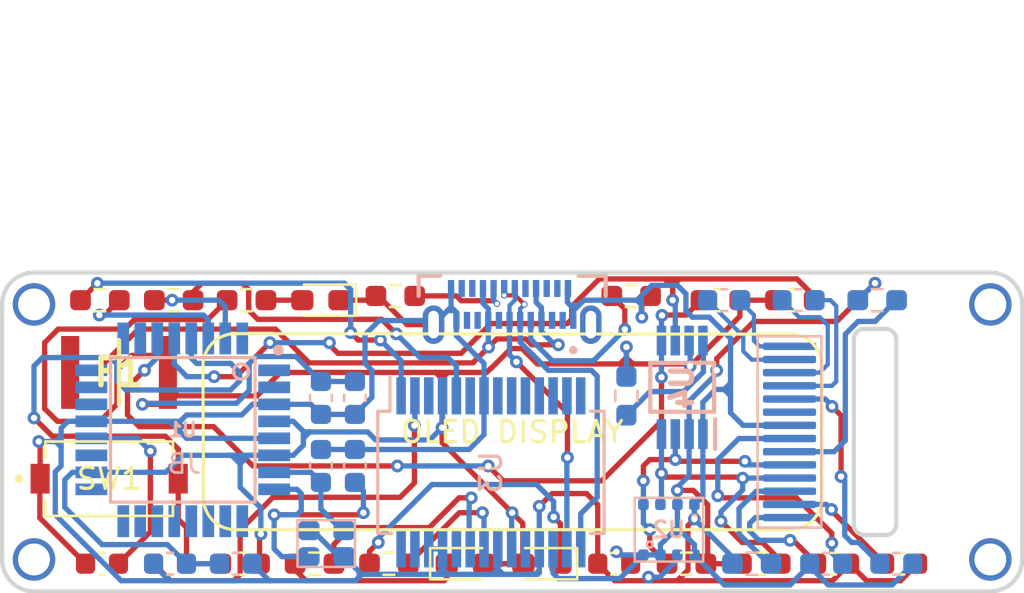
<source format=kicad_pcb>
(kicad_pcb (version 20211014) (generator pcbnew)
  (layers (0 "F.Cu" signal) (31 "B.Cu" signal) (34 "B.Paste" user) (35 "F.Paste" user) (36 "B.SilkS" user "B.Silkscreen") (37 "F.SilkS" user "F.Silkscreen") (38 "B.Mask" user) (39 "F.Mask" user) (44 "Edge.Cuts" user))
  (net 0 "")
  (net 1 "GND")
  (net 4 "Net-(F1-Pad1)")
  (net 5 "Net-(P1-PadA5)")
  (net 6 "D+")
  (net 7 "D-")
  (net 13 "Net-(P1-PadB5)")
  (net 17 "+5V")
  (net 18 "SCL 5V")
  (net 19 "SDA 5V")
  (net 20 "+3V3")
  (net 21 "SDA 3V3")
  (net 22 "SCL 3V3")
  (net 23 "RESET")
  (net 24 "Net-(J1-Pad12)")
  (net 25 "Net-(J1-Pad9)")
  (net 26 "Net-(D3-Pad1)")
  (net 27 "Net-(R7-Pad2)")
  (net 28 "Net-(D2-Pad1)")
  (net 29 "Net-(R6-Pad2)")
  (net 30 "TX")
  (net 31 "Net-(R5-Pad2)")
  (net 32 "RX")
  (net 33 "Net-(R4-Pad2)")
  (net 34 "Net-(D1-Pad2)")
  (net 35 "Net-(C4-Pad1)")
  (net 47 "XTAL1")
  (net 48 "XTAL2")
  (net 49 "C2+")
  (net 50 "C2-")
  (net 51 "C1+")
  (net 52 "C1-")
  (net 53 "Net-(C13-Pad2)")
  (net 55 "Net-(C12-Pad2)")
  (net 56 "Net-(C14-Pad1)")
  (net 57 "Net-(C15-Pad1)")
  (net 58 "Net-(C5-Pad2)")
  (net 77 "Net-(R13-Pad2)")
  (footprint "Resistor_SMD:R_0603_1608Metric_Pad0.98x0.95mm_HandSolder" (layer "F.Cu") (at 146.625 115.9)
    (fp_text reference "R7" hide)
    (fp_text value "120" hide)
  )
  (footprint "" (layer "F.Cu") (at 129.925 103.7)
    (fp_text reference "")
    (fp_text value "")
  )
  (footprint "Resistor_SMD:R_0603_1608Metric_Pad0.98x0.95mm_HandSolder" (layer "F.Cu") (at 133.025 103.5 180)
    (fp_text reference "R4" hide)
    (fp_text value "1K" hide)
  )
  (footprint "LED_SMD:LED_0603_1608Metric_Pad1.05x0.95mm_HandSolder" (layer "F.Cu") (at 153.825 115.9 180)
    (fp_text reference "D3" hide)
    (fp_text value "LED GREEN TX" hide)
  )
  (footprint "LED_SMD:LED_0603_1608Metric_Pad1.05x0.95mm_HandSolder" (layer "F.Cu") (at 150.225 115.9)
    (fp_text reference "D2" hide)
    (fp_text value "LED GREEN RX" hide)
  )
  (footprint "Resistor_SMD:R_0603_1608Metric_Pad0.98x0.95mm_HandSolder" (layer "F.Cu") (at 146.925 103.3)
    (fp_text reference "R2" hide)
    (fp_text value "5K1" hide)
  )
  (footprint "Resistor_SMD:R_0603_1608Metric_Pad0.98x0.95mm_HandSolder" (layer "F.Cu") (at 136.4995 103.5)
    (fp_text reference "R5" hide)
    (fp_text value "1K" hide)
  )
  (footprint "" (layer "F.Cu") (at 174.925 115.7)
    (fp_text reference "")
    (fp_text value "")
  )
  (footprint "Resistor_SMD:R_0603_1608Metric_Pad0.98x0.95mm_HandSolder" (layer "F.Cu") (at 160.625 115.9 180)
    (fp_text reference "R12" hide)
    (fp_text value "4K7" hide)
  )
  (footprint "Resistor_SMD:R_0603_1608Metric_Pad0.98x0.95mm_HandSolder" (layer "F.Cu") (at 162.225 103.5 180)
    (fp_text reference "R10" hide)
    (fp_text value "4K7" hide)
  )
  (footprint "Resistor_SMD:R_0603_1608Metric_Pad0.98x0.95mm_HandSolder" (layer "F.Cu") (at 139.625 115.9 180)
    (fp_text reference "R8" hide)
    (fp_text value "4K7" hide)
  )
  (footprint "LED_SMD:LED_0603_1608Metric_Pad1.05x0.95mm_HandSolder" (layer "F.Cu") (at 143.425 103.5 180)
    (fp_text reference "D1" hide)
    (fp_text value "LED RED" hide)
  )
  (footprint "Capacitor_SMD:C_0603_1608Metric" (layer "F.Cu") (at 136.325 115.9)
    (fp_text reference "C4" hide)
    (fp_text value "100nF" hide)
  )
  (footprint "Capacitor_SMD:C_0603_1608Metric" (layer "F.Cu") (at 170.725 115.9)
    (fp_text reference "C14" hide)
    (fp_text value "10µF" hide)
  )
  (footprint "Resistor_SMD:R_0603_1608Metric_Pad0.98x0.95mm_HandSolder" (layer "F.Cu") (at 158.025 103.3 180)
    (fp_text reference "R3" hide)
    (fp_text value "5K1" hide)
  )
  (footprint "Capacitor_SMD:C_0603_1608Metric" (layer "F.Cu") (at 167.525 115.9)
    (fp_text reference "C15" hide)
    (fp_text value "10µF" hide)
  )
  (footprint "Resistor_SMD:R_0603_1608Metric_Pad0.98x0.95mm_HandSolder" (layer "F.Cu") (at 139.925 103.5 180)
    (fp_text reference "R1" hide)
    (fp_text value "150" hide)
  )
  (footprint "MF-MSMF050-2:MF-MSMF050-2" (layer "F.Cu") (at 133.925 106.9)
    (fp_text reference "F1")
    (fp_text value "MF-MSMF050-2" hide)
  )
  (footprint "" (layer "F.Cu") (at 129.925 115.7)
    (fp_text reference "")
    (fp_text value "")
  )
  (footprint "Capacitor_SMD:C_0603_1608Metric" (layer "F.Cu") (at 157.225 115.9)
    (fp_text reference "C3" hide)
    (fp_text value "100nF" hide)
  )
  (footprint "Resistor_SMD:R_0603_1608Metric_Pad0.98x0.95mm_HandSolder" (layer "F.Cu") (at 165.725 103.5)
    (fp_text reference "R9" hide)
    (fp_text value "4K7" hide)
  )
  (footprint "" (layer "F.Cu") (at 174.925 103.7)
    (fp_text reference "")
    (fp_text value "")
  )
  (footprint "SW_PTS636_SM43J_SMTR_LFS:SW_PTS636_SM43J_SMTR_LFS" (layer "F.Cu") (at 133.4625 111.9)
    (fp_text reference "SW1")
    (fp_text value "Reset" hide)
  )
  (footprint "Capacitor_SMD:C_0603_1608Metric" (layer "F.Cu") (at 133.125 115.9)
    (fp_text reference "C5" hide)
    (fp_text value "100nF" hide)
  )
  (footprint "Resistor_SMD:R_0603_1608Metric_Pad0.98x0.95mm_HandSolder" (layer "F.Cu") (at 164.125 115.9)
    (fp_text reference "R11" hide)
    (fp_text value "4K7" hide)
  )
  (footprint "Resistor_SMD:R_0603_1608Metric_Pad0.98x0.95mm_HandSolder" (layer "F.Cu") (at 143.125 115.9)
    (fp_text reference "R6" hide)
    (fp_text value "120" hide)
  )
  (footprint "Capacitor_SMD:C_0603_1608Metric" (layer "B.Cu") (at 145.025 111.3 90)
    (fp_text reference "C9" hide)
    (fp_text value "22pF" hide)
  )
  (footprint "ATMega328p:ATMEGA328P-AU" (layer "B.Cu") (at 136.925 109.6 180)
    (fp_text reference "U1")
    (fp_text value "ATMEGA328P-AU" hide)
  )
  (footprint "Capacitor_SMD:C_0603_1608Metric" (layer "B.Cu") (at 136.325 115.9 180)
    (fp_text reference "C2" hide)
    (fp_text value "100nF" hide)
  )
  (footprint "Resistor_SMD:R_0603_1608Metric_Pad0.98x0.95mm_HandSolder" (layer "B.Cu") (at 169.6 103.5)
    (fp_text reference "R14" hide)
    (fp_text value "10K" hide)
  )
  (footprint "Capacitor_SMD:C_0603_1608Metric" (layer "B.Cu") (at 170.5 115.9 180)
    (fp_text reference "C13" hide)
    (fp_text value "1µF" hide)
  )
  (footprint "Capacitor_SMD:C_0603_1608Metric" (layer "B.Cu") (at 143.425 108.1 -90)
    (fp_text reference "C6" hide)
    (fp_text value "100nF" hide)
  )
  (footprint "USB4155-03-C:USB4155-03-C" (layer "B.Cu") (at 152.425 103.7)
    (fp_text reference "P1" hide)
    (fp_text value "USB_C_Plug" hide)
  )
  (footprint "Capacitor_SMD:C_0603_1608Metric" (layer "B.Cu") (at 162.4 103.5 180)
    (fp_text reference "C10" hide)
    (fp_text value "1µF" hide)
  )
  (footprint "EA_W096016-XALW:EA_W096016-XALW" (layer "B.Cu") (at 165.475 110.01 180)
    (fp_text reference "J1" hide)
    (fp_text value "EA W096016-XALW" hide)
  )
  (footprint "Package_SO:SSOP-28_5.3x10.2mm_P0.65mm" (layer "B.Cu") (at 151.425 111.6 -90)
    (fp_text reference "U3")
    (fp_text value "FT232RL" hide)
  )
  (footprint "Capacitor_SMD:C_0603_1608Metric" (layer "B.Cu") (at 143.425 111.3 90)
    (fp_text reference "C8" hide)
    (fp_text value "22pF" hide)
  )
  (footprint "Resistor_SMD:R_0603_1608Metric_Pad0.98x0.95mm_HandSolder" (layer "B.Cu") (at 157.8 108 -90)
    (fp_text reference "R13" hide)
    (fp_text value "390K" hide)
  )
  (footprint "Resistor_SMD:R_0603_1608Metric_Pad0.98x0.95mm_HandSolder" (layer "B.Cu") (at 163.7 115.9 180)
    (fp_text reference "R15" hide)
    (fp_text value "390K" hide)
  )
  (footprint "Package_LGA:Bosch_LGA-8_3x3mm_P0.8mm_ClockwisePinNumbering" (layer "B.Cu") (at 159.8 114.3 180)
    (fp_text reference "U2")
    (fp_text value "BME680" hide)
  )
  (footprint "LFXTAL071268:LFXTAL071268" (layer "B.Cu") (at 143.625 114.85 180)
    (fp_text reference "XTAL1" hide)
    (fp_text value "LFXTAL071268" hide)
  )
  (footprint "Capacitor_SMD:C_0603_1608Metric" (layer "B.Cu") (at 139.425 115.9)
    (fp_text reference "C1" hide)
    (fp_text value "1µF" hide)
  )
  (footprint "TCA9517ADGKR:TCA9517ADGKR" (layer "B.Cu") (at 160.425 107.6 90)
    (fp_text reference "U4")
    (fp_text value "PI6ULS5V9306" hide)
  )
  (footprint "Capacitor_SMD:C_0603_1608Metric" (layer "B.Cu") (at 165.9 103.5)
    (fp_text reference "C11" hide)
    (fp_text value "1µF" hide)
  )
  (footprint "Capacitor_SMD:C_0603_1608Metric" (layer "B.Cu") (at 145.025 108.1 -90)
    (fp_text reference "C7" hide)
    (fp_text value "1µF" hide)
  )
  (footprint "Capacitor_SMD:C_0603_1608Metric" (layer "B.Cu") (at 167.2 115.9)
    (fp_text reference "C12" hide)
    (fp_text value "1µF" hide)
  )
  (gr_line (start 167 112.8) (end 167 106.6) (layer "F.SilkS") (width 0.15))
  (gr_arc (start 167 112.8) (mid 166.56066 113.86066) (end 165.5 114.3) (layer "F.SilkS") (width 0.15))
  (gr_line (start 165.5 105.1) (end 139.4 105.075) (layer "F.SilkS") (width 0.15))
  (gr_arc (start 165.5 105.1) (mid 166.56066 105.53934) (end 167 106.6) (layer "F.SilkS") (width 0.15))
  (gr_line (start 137.875 106.6) (end 137.9 112.8) (layer "F.SilkS") (width 0.15))
  (gr_arc (start 137.875 106.6) (mid 138.321662 105.521662) (end 139.4 105.075) (layer "F.SilkS") (width 0.15))
  (gr_line (start 139.4 114.3) (end 165.5 114.3) (layer "F.SilkS") (width 0.15))
  (gr_arc (start 139.4 114.3) (mid 138.33934 113.86066) (end 137.9 112.8) (layer "F.SilkS") (width 0.15))
  (gr_line (start 170 114.55) (end 169 114.55) (layer "Edge.Cuts") (width 0.2))
  (gr_line (start 176.425 103.7) (end 176.425 115.7) (layer "Edge.Cuts") (width 0.2))
  (gr_line (start 168.5 114.05) (end 168.5 105.35) (layer "Edge.Cuts") (width 0.2))
  (gr_arc (start 128.425 103.7) (mid 128.86434 102.63934) (end 129.925 102.2) (layer "Edge.Cuts") (width 0.2))
  (gr_arc (start 169 114.55) (mid 168.646447 114.403553) (end 168.5 114.05) (layer "Edge.Cuts") (width 0.2))
  (gr_line (start 169 104.85) (end 170 104.85) (layer "Edge.Cuts") (width 0.2))
  (gr_line (start 128.425 103.7) (end 128.425 115.7) (layer "Edge.Cuts") (width 0.2))
  (gr_arc (start 174.925 102.2) (mid 175.98566 102.63934) (end 176.425 103.7) (layer "Edge.Cuts") (width 0.2))
  (gr_arc (start 168.5 105.35) (mid 168.646447 104.996447) (end 169 104.85) (layer "Edge.Cuts") (width 0.2))
  (gr_line (start 170.5 105.35) (end 170.5 114.05) (layer "Edge.Cuts") (width 0.2))
  (gr_arc (start 176.425 115.7) (mid 175.98566 116.76066) (end 174.925 117.2) (layer "Edge.Cuts") (width 0.2))
  (gr_arc (start 129.925 117.2) (mid 128.86434 116.76066) (end 128.425 115.7) (layer "Edge.Cuts") (width 0.2))
  (gr_line (start 129.925 102.2) (end 174.925 102.2) (layer "Edge.Cuts") (width 0.2))
  (gr_arc (start 170 104.85) (mid 170.353553 104.996447) (end 170.5 105.35) (layer "Edge.Cuts") (width 0.2))
  (gr_line (start 174.925 117.2) (end 129.925 117.2) (layer "Edge.Cuts") (width 0.2))
  (gr_arc (start 170.5 114.05) (mid 170.353553 114.403553) (end 170 114.55) (layer "Edge.Cuts") (width 0.2))
  (gr_text "JB" (at 137 111.2) (layer "B.SilkS") (effects (font (size 0.9 0.9) (thickness 0.125)) (justify mirror)))
  (gr_text "OLED DISPLAY" (at 152.425 109.7) (layer "F.SilkS") (effects (font (size 1 1))))
  (segment (start 130.2 111.9125) (end 130.2 113.75) (width 0.25) (layer "F.Cu") (net 1))
  (segment (start 170.7 116.7) (end 169.1 116.7) (width 0.25) (layer "F.Cu") (net 1))
  (segment (start 145.8125 103.5) (end 146.0125 103.3) (width 0.25) (layer "F.Cu") (net 1))
  (segment (start 157.25 116.7) (end 156.45 115.9) (width 0.25) (layer "F.Cu") (net 1))
  (segment (start 146.0125 103.3) (end 146.125 103.3) (width 0.25) (layer "F.Cu") (net 1))
  (segment (start 144.3 103.5) (end 145.8125 103.5) (width 0.25) (layer "F.Cu") (net 1))
  (segment (start 158.840295 116.532508) (end 158.672803 116.7) (width 0.25) (layer "F.Cu") (net 1))
  (segment (start 158.525 103.7125) (end 158.9375 103.3) (width 0.25) (layer "F.Cu") (net 1))
  (segment (start 158.525 104.3) (end 158.525 103.7125) (width 0.25) (layer "F.Cu") (net 1))
  (segment (start 156.45 113.125) (end 156.45 115.9) (width 0.25) (layer "F.Cu") (net 1))
  (segment (start 160.195495 116.7) (end 159.007787 116.7) (width 0.25) (layer "F.Cu") (net 1))
  (segment (start 130.2125 111.9) (end 130.2 111.9125) (width 0.25) (layer "F.Cu") (net 1))
  (segment (start 167.5 116.7) (end 160.195495 116.7) (width 0.25) (layer "F.Cu") (net 1))
  (segment (start 160.7 116.195495) (end 160.195495 116.7) (width 0.25) (layer "F.Cu") (net 1))
  (segment (start 161 113.8) (end 160.7 114.1) (width 0.25) (layer "F.Cu") (net 1))
  (segment (start 130.2125 110.211794) (end 130.2125 111.9) (width 0.25) (layer "F.Cu") (net 1))
  (segment (start 147.475 104.65) (end 148.725 104.65) (width 0.25) (layer "F.Cu") (net 1))
  (segment (start 159.007787 116.7) (end 158.840295 116.532508) (width 0.25) (layer "F.Cu") (net 1))
  (segment (start 158.672803 116.7) (end 157.25 116.7) (width 0.25) (layer "F.Cu") (net 1))
  (segment (start 169.1 116.7) (end 168.3 115.9) (width 0.25) (layer "F.Cu") (net 1))
  (segment (start 154.3 112.6) (end 155.925 112.6) (width 0.25) (layer "F.Cu") (net 1))
  (segment (start 130.150353 110.149647) (end 130.2125 110.211794) (width 0.25) (layer "F.Cu") (net 1))
  (segment (start 146.125 103.3) (end 147.475 104.65) (width 0.25) (layer "F.Cu") (net 1))
  (segment (start 153.7 113.2) (end 154.3 112.6) (width 0.25) (layer "F.Cu") (net 1))
  (segment (start 155.925 112.6) (end 156.45 113.125) (width 0.25) (layer "F.Cu") (net 1))
  (segment (start 168.3 115.9) (end 167.5 116.7) (width 0.25) (layer "F.Cu") (net 1))
  (segment (start 130.2 113.75) (end 132.35 115.9) (width 0.25) (layer "F.Cu") (net 1))
  (segment (start 171.5 115.9) (end 170.7 116.7) (width 0.25) (layer "F.Cu") (net 1))
  (segment (start 160.7 114.1) (end 160.7 116.195495) (width 0.25) (layer "F.Cu") (net 1))
  (via (at 130.150353 110.149647) (size 0.6) (drill 0.3) (layers "F.Cu" "B.Cu") (net 1))
  (via (at 161 113.8) (size 0.6) (drill 0.3) (layers "F.Cu" "B.Cu") (net 1))
  (via (at 153.7 113.2) (size 0.6) (drill 0.3) (layers "F.Cu" "B.Cu") (net 1))
  (via (at 158.840295 116.532508) (size 0.6) (drill 0.3) (layers "F.Cu" "B.Cu") (net 1))
  (via (at 158.525 104.3) (size 0.6) (drill 0.3) (layers "F.Cu" "B.Cu") (net 1))
  (segment (start 153.625 116.4) (end 153.7 116.325) (width 0.25) (layer "B.Cu") (net 1))
  (segment (start 136.3 109.2) (end 136.8 109.7) (width 0.25) (layer "B.Cu") (net 1))
  (segment (start 151.5 116.4) (end 151.4 116.4) (width 0.25) (layer "B.Cu") (net 1))
  (segment (start 144.513 115.567) (end 145.223 116.277) (width 0.25) (layer "B.Cu") (net 1))
  (segment (start 149.3875 103.9875) (end 149.7125 103.9875) (width 0.25) (layer "B.Cu") (net 1))
  (segment (start 162.7875 115.5875) (end 161 113.8) (width 0.25) (layer "B.Cu") (net 1))
  (segment (start 155.025 103.6) (end 155.025 102.975) (width 0.25) (layer "B.Cu") (net 1))
  (segment (start 158.3 103.5) (end 158.5 103.7) (width 0.25) (layer "B.Cu") (net 1))
  (segment (start 143.425 108.875) (end 142.95 108.4) (width 0.25) (layer "B.Cu") (net 1))
  (segment (start 162.4 107.7) (end 162.7 107.7) (width 0.25) (layer "B.Cu") (net 1))
  (segment (start 149.5 116.4) (end 151.4 116.4) (width 0.25) (layer "B.Cu") (net 1))
  (segment (start 155.5375 103.7375) (end 155.55 103.75) (width 0.25) (layer "B.Cu") (net 1))
  (segment (start 160.6 103.2) (end 160.2 102.8) (width 0.25) (layer "B.Cu") (net 1))
  (segment (start 140.2 115.9) (end 141 116.7) (width 0.25) (layer "B.Cu") (net 1))
  (segment (start 143.042 114.342) (end 144.267 115.567) (width 0.25) (layer "B.Cu") (net 1))
  (segment (start 155.1625 103.7375) (end 155.025 103.6) (width 0.25) (layer "B.Cu") (net 1))
  (segment (start 155.025 102.975) (end 155.05 102.95) (width 0.25) (layer "B.Cu") (net 1))
  (segment (start 153.5 116.4) (end 153.3 116.4) (width 0.25) (layer "B.Cu") (net 1))
  (segment (start 148.5327 104.4577) (end 148.725 104.65) (width 0.25) (layer "B.Cu") (net 1))
  (segment (start 137.1 110) (end 136.8 109.7) (width 0.25) (layer "B.Cu") (net 1))
  (segment (start 152 116.4) (end 153.3 116.4) (width 0.25) (layer "B.Cu") (net 1))
  (segment (start 148.9 116.4) (end 149.325 116.4) (width 0.25) (layer "B.Cu") (net 1))
  (segment (start 162.4 107.7) (end 162.7 108) (width 0.25) (layer "B.Cu") (net 1))
  (segment (start 153.3 116.4) (end 153.625 116.4) (width 0.25) (layer "B.Cu") (net 1))
  (segment (start 131.525 109.2) (end 132.625 109.2) (width 0.25) (layer "B.Cu") (net 1))
  (segment (start 158.5 104.275) (end 158.525 104.3) (width 0.25) (layer "B.Cu") (net 1))
  (segment (start 142.95 108.4) (end 141.225 108.4) (width 0.25) (layer "B.Cu") (net 1))
  (segment (start 151.1 106.475) (end 149.8 105.175) (width 0.25) (layer "B.Cu") (net 1))
  (segment (start 165.475 109.39) (end 163.29 109.39) (width 0.25) (layer "B.Cu") (net 1))
  (segment (start 158.5 103.3) (end 158.5 103.5) (width 0.25) (layer "B.Cu") (net 1))
  (segment (start 136.8 109.7) (end 136.8 109.5) (width 0.25) (layer "B.Cu") (net 1))
  (segment (start 162.7875 115.9) (end 162.7875 115.5875) (width 0.25) (layer "B.Cu") (net 1))
  (segment (start 145.346 116.4) (end 148.9 116.4) (width 0.25) (layer "B.Cu") (net 1))
  (segment (start 149.8 105.175) (end 149.8 104.45) (width 0.25) (layer "B.Cu") (net 1))
  (segment (start 145.025 108.875) (end 145.825 108.075) (width 0.25) (layer "B.Cu") (net 1))
  (segment (start 159.367492 116.532508) (end 158.840295 116.532508) (width 0.25) (layer "B.Cu") (net 1))
  (segment (start 158.2 103.5) (end 158.5 103.5) (width 0.25) (layer "B.Cu") (net 1))
  (segment (start 145.025 110.525) (end 150.4 110.525) (width 0.25) (layer "B.Cu") (net 1))
  (segment (start 160.6 104) (end 160.6 103.2) (width 0.25) (layer "B.Cu") (net 1))
  (segment (start 162.7 108.8) (end 162.7 108) (width 0.25) (layer "B.Cu") (net 1))
  (segment (start 158.5 103.5) (end 158.5 103.8) (width 0.25) (layer "B.Cu") (net 1))
  (segment (start 136.3 116.7) (end 134.025 116.7) (width 0.25) (layer "B.Cu") (net 1))
  (segment (start 146.1673 104.4577) (end 148.5327 104.4577) (width 0.25) (layer "B.Cu") (net 1))
  (segment (start 149.15 116.4) (end 149.325 116.4) (width 0.25) (layer "B.Cu") (net 1))
  (segment (start 149.15 115.2) (end 149.15 116.15) (width 0.25) (layer "B.Cu") (net 1))
  (segment (start 131.2 110.4) (end 131.2 110.1) (width 0.25) (layer "B.Cu") (net 1))
  (segment (start 153.7 116.325) (end 153.7 116.2) (width 0.25) (layer "B.Cu") (net 1))
  (segment (start 134.025 116.7) (end 130.925 113.6) (width 0.25) (layer "B.Cu") (net 1))
  (segment (start 153.7 116.2) (end 153.7 115.2) (width 0.25) (layer "B.Cu") (net 1))
  (segment (start 135.55 115.9) (end 135.55 115.95) (width 0.25) (layer "B.Cu") (net 1))
  (segment (start 141.225 108.4) (end 140.2 108.4) (width 0.25) (layer "B.Cu") (net 1))
  (segment (start 149.8 104.075) (end 149.8 104.45) (width 0.25) (layer "B.Cu") (net 1))
  (segment (start 142.863 114.342) (end 143.042 114.342) (width 0.25) (layer "B.Cu") (net 1))
  (segment (start 149.55 103.825) (end 149.3875 103.9875) (width 0.25) (layer "B.Cu") (net 1))
  (segment (start 130.925 111.575) (end 131.2 111.3) (width 0.25) (layer "B.Cu") (net 1))
  (segment (start 148.5 115.2) (end 149.15 115.2) (width 0.25) (layer "B.Cu") (net 1))
  (segment (start 140.225 116.7) (end 136.3 116.7) (width 0.25) (layer "B.Cu") (net 1))
  (segment (start 153.7 116.2) (end 153.5 116.4) (width 0.25) (layer "B.Cu") (net 1))
  (segment (start 141.225 110) (end 137.1 110) (width 0.25) (layer "B.Cu") (net 1))
  (segment (start 161.4 108.3) (end 162 107.7) (width 0.25) (layer "B.Cu") (net 1))
  (segment (start 161 113.1125) (end 161 113.8) (width 0.25) (layer "B.Cu") (net 1))
  (segment (start 151.1 108) (end 151.1 106.475) (width 0.25) (layer "B.Cu") (net 1))
  (segment (start 145.5 106.475) (end 145.5 105.125) (width 0.25) (layer "B.Cu") (net 1))
  (segment (start 145.223 116.523) (end 145.046 116.7) (width 0.25) (layer "B.Cu") (net 1))
  (segment (start 155.3 104.45) (end 155.3 103.875) (width 0.25) (layer "B.Cu") (net 1))
  (segment (start 145.223 116.277) (end 145.223 116.523) (width 0.25) (layer "B.Cu") (net 1))
  (segment (start 153.7 113.2) (end 153.7 115.2) (width 0.25) (layer "B.Cu") (net 1))
  (segment (start 151.1 109.825) (end 151.1 108) (width 0.25) (layer "B.Cu") (net 1))
  (segment (start 145.5 105.125) (end 146.1673 104.4577) (width 0.25) (layer "B.Cu") (net 1))
  (segment (start 149.15 116.15) (end 148.9 116.4) (width 0.25) (layer "B.Cu") (net 1))
  (segment (start 145.346 116.4) (end 145.223 116.523) (width 0.25) (layer "B.Cu") (net 1))
  (segment (start 149.55 103.825) (end 149.8 104.075) (width 0.25) (layer "B.Cu") (net 1))
  (segment (start 155.55 103.75) (end 155.3 104) (width 0.25) (layer "B.Cu") (net 1))
  (segment (start 136.5 109.2) (end 136.3 109.2) (width 0.25) (layer "B.Cu") (net 1))
  (segment (start 162.4 107.7) (end 162.7 107.4) (width 0.25) (layer "B.Cu") (net 1))
  (segment (start 162.7 107.7) (end 162.7 107.3) (width 0.25) (layer "B.Cu") (net 1))
  (segment (start 163.29 109.39) (end 162.7 108.8) (width 0.25) (layer "B.Cu") (net 1))
  (segment (start 160.9 104.3) (end 160.6 104) (width 0.25) (layer "B.Cu") (net 1))
  (segment (start 137.1 108.9) (end 136.8 109.2) (width 0.25) (layer "B.Cu") (net 1))
  (segment (start 145.046 116.7) (end 140.225 116.7) (width 0.25) (layer "B.Cu") (net 1))
  (segment (start 161.4 109.8) (end 161.4 108.3) (width 0.25) (layer "B.Cu") (net 1))
  (segment (start 162.7 105.3) (end 161.7 104.3) (width 0.25) (layer "B.Cu") (net 1))
  (segment (start 136.8 109.2) (end 136.5 109.2) (width 0.25) (layer "B.Cu") (net 1))
  (segment (start 144.267 115.567) (end 144.513 115.567) (width 0.25) (layer "B.Cu") (net 1))
  (segment (start 160.2 115.4875) (end 160.2 115.7) (width 0.25) (layer "B.Cu") (net 1))
  (segment (start 149.325 116.4) (end 149.5 116.4) (width 0.25) (layer "B.Cu") (net 1))
  (segment (start 151.75 116.275) (end 151.75 116.15) (width 0.25) (layer "B.Cu") (net 1))
  (segment (start 136.5 109.2) (end 136.8 109.5) (width 0.25) (layer "B.Cu") (net 1))
  (segment (start 136.3 109.2) (end 132.625 109.2) (width 0.25) (layer "B.Cu") (net 1))
  (segment (start 131.2 110.1) (end 131.2 109.8) (width 0.25) (layer "B.Cu") (net 1))
  (segment (start 143.425 110.525) (end 145.025 110.525) (width 0.25) (layer "B.Cu") (net 1))
  (segment (start 131.2 109.525) (end 131.525 109.2) (width 0.25) (layer "B.Cu") (net 1))
  (segment (start 162.7 108) (end 162.7 107.7) (width 0.25) (layer "B.Cu") (net 1))
  (segment (start 155.8 103.5) (end 158.2 103.5) (width 0.25) (layer "B.Cu") (net 1))
  (segment (start 159 102.8) (end 158.5 103.3) (width 0.25) (layer "B.Cu") (net 1))
  (segment (start 145.223 116.277) (end 145.346 116.4) (width 0.25) (layer "B.Cu") (net 1))
  (segment (start 131.2 109.8) (end 131.2 109.525) (width 0.25) (layer "B.Cu") (net 1))
  (segment (start 158.3 103.5) (end 158.2 103.5) (width 0.25) (layer "B.Cu") (net 1))
  (segment (start 149.55 102.95) (end 149.55 103.825) (width 0.25) (layer "B.Cu") (net 1))
  (segment (start 130.950353 110.149647) (end 131.150353 110.149647) (width 0.25) (layer "B.Cu") (net 1))
  (segment (start 149.4 116.4) (end 149.5 116.4) (width 0.25) (layer "B.Cu") (net 1))
  (segment (start 131.2 109.9) (end 131.2 109.8) (width 0.25) (layer "B.Cu") (net 1))
  (segment (start 136.8 109.5) (end 136.8 109.2) (width 0.25) (layer "B.Cu") (net 1))
  (segment (start 162 107.7) (end 162.4 107.7) (width 0.25) (layer "B.Cu") (net 1))
  (segment (start 151.4 116.4) (end 151.625 116.4) (width 0.25) (layer "B.Cu") (net 1))
  (segment (start 151.75 116.15) (end 152 116.4) (width 0.25) (layer "B.Cu") (net 1))
  (segment (start 150.4 110.525) (end 151.1 109.825) (width 0.25) (layer "B.Cu") (net 1))
  (segment (start 159.8 116.1) (end 159.367492 116.532508) (width 0.25) (layer "B.Cu") (net 1))
  (segment (start 140.2 108.4) (end 139.7 108.9) (width 0.25) (layer "B.Cu") (net 1))
  (segment (start 130.925 113.6) (end 130.925 111.575) (width 0.25) (layer "B.Cu") (net 1))
  (segment (start 155.3 104) (end 155.3 104.45) (width 0.25) (layer "B.Cu") (net 1))
  (segment (start 149.175 104.2) (end 148.725 104.65) (width 0.25) (layer "B.Cu") (net 1))
  (segment (start 151.625 116.4) (end 152 116.4) (width 0.25) (layer "B.Cu") (net 1))
  (segment (start 158.5 103.3) (end 158.3 103.5) (width 0.25) (layer "B.Cu") (net 1))
  (segment (start 149.15 116.15) (end 149.4 116.4) (width 0.25) (layer "B.Cu") (net 1))
  (segment (start 161.4 112.7125) (end 161 113.1125) (width 0.25) (layer "B.Cu") (net 1))
  (segment (start 161.7 104.3) (end 160.9 104.3) (width 0.25) (layer "B.Cu") (net 1))
  (segment (start 130.150353 110.149647) (end 130.950353 110.149647) (width 0.25) (layer "B.Cu") (net 1))
  (segment (start 155.55 103.75) (end 155.8 103.5) (width 0.25) (layer "B.Cu") (net 1))
  (segment (start 161.4 109.8) (end 161.4 112.7125) (width 0.25) (layer "B.Cu") (net 1))
  (segment (start 160.2 115.7) (end 159.8 116.1) (width 0.25) (layer "B.Cu") (net 1))
  (segment (start 158.5 103.7) (end 158.5 103.8) (width 0.25) (layer "B.Cu") (net 1))
  (segment (start 131.150353 110.149647) (end 131.2 110.1) (width 0.25) (layer "B.Cu") (net 1))
  (segment (start 141 116.7) (end 141.1 116.7) (width 0.25) (layer "B.Cu") (net 1))
  (segment (start 162.7 107.4) (end 162.7 107.3) (width 0.25) (layer "B.Cu") (net 1))
  (segment (start 149.15 116.15) (end 149.15 116.4) (width 0.25) (layer "B.Cu") (net 1))
  (segment (start 151.75 116.15) (end 151.5 116.4) (width 0.25) (layer "B.Cu") (net 1))
  (segment (start 155.1625 103.7375) (end 155.5375 103.7375) (width 0.25) (layer "B.Cu") (net 1))
  (segment (start 151.75 116.15) (end 151.75 115.2) (width 0.25) (layer "B.Cu") (net 1))
  (segment (start 149.7125 103.9875) (end 149.8 104.075) (width 0.25) (layer "B.Cu") (net 1))
  (segment (start 130.950353 110.150353) (end 131.2 110.4) (width 0.25) (layer "B.Cu") (net 1))
  (segment (start 155.3 103.875) (end 155.1625 103.7375) (width 0.25) (layer "B.Cu") (net 1))
  (segment (start 162.7 107.3) (end 162.7 105.3) (width 0.25) (layer "B.Cu") (net 1))
  (segment (start 158.5 103.8) (end 158.5 104.275) (width 0.25) (layer "B.Cu") (net 1))
  (segment (start 145.825 106.8) (end 145.5 106.475) (width 0.25) (layer "B.Cu") (net 1))
  (segment (start 145.025 108.875) (end 143.425 108.875) (width 0.25) (layer "B.Cu") (net 1))
  (segment (start 130.950353 110.149647) (end 131.2 109.9) (width 0.25) (layer "B.Cu") (net 1))
  (segment (start 145.825 108.075) (end 145.825 106.8) (width 0.25) (layer "B.Cu") (net 1))
  (segment (start 149.3875 103.9875) (end 149.175 104.2) (width 0.25) (layer "B.Cu") (net 1))
  (segment (start 160.2 102.8) (end 159 102.8) (width 0.25) (layer "B.Cu") (net 1))
  (segment (start 130.950353 110.149647) (end 130.950353 110.150353) (width 0.25) (layer "B.Cu") (net 1))
  (segment (start 135.55 115.95) (end 136.3 116.7) (width 0.25) (layer "B.Cu") (net 1))
  (segment (start 139.7 108.9) (end 137.1 108.9) (width 0.25) (layer "B.Cu") (net 1))
  (segment (start 131.2 111.3) (end 131.2 110.4) (width 0.25) (layer "B.Cu") (net 1))
  (segment (start 151.3125 105.7125) (end 151.3125 105.6125) (width 0.25) (layer "F.Cu") (net 4))
  (segment (start 151.3125 105.7125) (end 150.575 106.45) (width 0.25) (layer "F.Cu") (net 4))
  (segment (start 151.3125 105.7125) (end 151.7 105.325) (width 0.25) (layer "F.Cu") (net 4))
  (segment (start 150.575 106.45) (end 142.875 106.45) (width 0.25) (layer "F.Cu") (net 4))
  (segment (start 151.7 105.325) (end 153.07028 105.325) (width 0.25) (layer "F.Cu") (net 4))
  (segment (start 153.07028 105.325) (end 153.34528 105.6) (width 0.25) (layer "F.Cu") (net 4))
  (segment (start 134.84 104.86) (end 132.8 106.9) (width 0.25) (layer "F.Cu") (net 4))
  (segment (start 141.285 104.86) (end 134.84 104.86) (width 0.25) (layer "F.Cu") (net 4))
  (segment (start 151.3125 105.6125) (end 151.325 105.6) (width 0.25) (layer "F.Cu") (net 4))
  (segment (start 142.875 106.45) (end 141.285 104.86) (width 0.25) (layer "F.Cu") (net 4))
  (segment (start 153.34528 105.6) (end 154.6 105.6) (width 0.25) (layer "F.Cu") (net 4))
  (segment (start 132.8 106.9) (end 131.625 106.9) (width 0.25) (layer "F.Cu") (net 4))
  (via (at 154.6 105.6) (size 0.6) (drill 0.3) (layers "F.Cu" "B.Cu") (net 4))
  (via (at 151.3125 105.7125) (size 0.6) (drill 0.3) (layers "F.Cu" "B.Cu") (net 4))
  (segment (start 153.55 102.95) (end 153.55 103.6) (width 0.25) (layer "B.Cu") (net 4))
  (segment (start 151.05 103.65) (end 151.05 102.95) (width 0.25) (layer "B.Cu") (net 4))
  (segment (start 151.3 104.45) (end 151.3 105.7) (width 0.25) (layer "B.Cu") (net 4))
  (segment (start 153.8 104.975) (end 153.8 104.45) (width 0.25) (layer "B.Cu") (net 4))
  (segment (start 151.3 104.45) (end 151.3 103.9) (width 0.25) (layer "B.Cu") (net 4))
  (segment (start 151.3 105.7) (end 151.3125 105.7125) (width 0.25) (layer "B.Cu") (net 4))
  (segment (start 153.8 103.85) (end 153.8 104.45) (width 0.25) (layer "B.Cu") (net 4))
  (segment (start 153.55 103.6) (end 153.8 103.85) (width 0.25) (layer "B.Cu") (net 4))
  (segment (start 154.425 105.6) (end 153.8 104.975) (width 0.25) (layer "B.Cu") (net 4))
  (segment (start 154.6 105.6) (end 154.425 105.6) (width 0.25) (layer "B.Cu") (net 4))
  (segment (start 151.3 103.9) (end 151.05 103.65) (width 0.25) (layer "B.Cu") (net 4))
  (segment (start 157.725 104.875) (end 157.725 103.9125) (width 0.25) (layer "F.Cu") (net 5))
  (segment (start 157.725 103.9125) (end 157.1125 103.3) (width 0.25) (layer "F.Cu") (net 5))
  (via (at 157.725 104.875) (size 0.6) (drill 0.3) (layers "F.Cu" "B.Cu") (net 5))
  (segment (start 153.3 105.338604) (end 153.3 104.45) (width 0.25) (layer "B.Cu") (net 5))
  (segment (start 156.25 106.35) (end 154.311396 106.35) (width 0.25) (layer "B.Cu") (net 5))
  (segment (start 157.725 104.875) (end 156.25 106.35) (width 0.25) (layer "B.Cu") (net 5))
  (segment (start 154.311396 106.35) (end 153.3 105.338604) (width 0.25) (layer "B.Cu") (net 5))
  (segment (start 152.573453 103.273453) (end 153 103.7) (width 0.2) (layer "F.Cu") (net 6))
  (segment (start 152.049502 103.273453) (end 152.573453 103.273453) (width 0.2) (layer "F.Cu") (net 6))
  (via (at 153 103.7) (size 0.3) (drill 0.2) (layers "F.Cu" "B.Cu") (net 6))
  (via (at 152.049502 103.273453) (size 0.3) (drill 0.2) (layers "F.Cu" "B.Cu") (net 6))
  (segment (start 152.8 104.45) (end 152.8 105.475) (width 0.25) (layer "B.Cu") (net 6))
  (segment (start 156.425 107.075) (end 156.425 112.775) (width 0.25) (layer "B.Cu") (net 6))
  (segment (start 152.05 103.272955) (end 152.049502 103.273453) (width 0.2) (layer "B.Cu") (net 6))
  (segment (start 156.15 106.8) (end 156.425 107.075) (width 0.25) (layer "B.Cu") (net 6))
  (segment (start 154.125 106.8) (end 156.15 106.8) (width 0.25) (layer "B.Cu") (net 6))
  (segment (start 152.8 105.475) (end 154.125 106.8) (width 0.25) (layer "B.Cu") (net 6))
  (segment (start 152.8 104.45) (end 152.8 103.9) (width 0.2) (layer "B.Cu") (net 6))
  (segment (start 156.425 112.775) (end 155.65 113.55) (width 0.25) (layer "B.Cu") (net 6))
  (segment (start 152.8 103.9) (end 153 103.7) (width 0.2) (layer "B.Cu") (net 6))
  (segment (start 155.65 113.55) (end 155.65 115.2) (width 0.25) (layer "B.Cu") (net 6))
  (segment (start 152.05 102.95) (end 152.05 103.272955) (width 0.2) (layer "B.Cu") (net 6))
  (segment (start 155.025 110.9) (end 155.025 108.8) (width 0.25) (layer "F.Cu") (net 7))
  (segment (start 155.025 108.8) (end 152.625 106.4) (width 0.25) (layer "F.Cu") (net 7))
  (via (at 152.625 106.4) (size 0.6) (drill 0.3) (layers "F.Cu" "B.Cu") (net 7))
  (via (at 155.025 110.9) (size 0.6) (drill 0.3) (layers "F.Cu" "B.Cu") (net 7))
  (segment (start 152.3 106.075) (end 152.625 106.4) (width 0.25) (layer "B.Cu") (net 7))
  (segment (start 155 110.925) (end 155 115.2) (width 0.25) (layer "B.Cu") (net 7))
  (segment (start 152.55 103.5) (end 152.55 102.95) (width 0.2) (layer "B.Cu") (net 7))
  (segment (start 152.3 104.45) (end 152.3 106.075) (width 0.25) (layer "B.Cu") (net 7))
  (segment (start 152.3 104.45) (end 152.3 103.75) (width 0.2) (layer "B.Cu") (net 7))
  (segment (start 155.025 110.9) (end 155 110.925) (width 0.2) (layer "B.Cu") (net 7))
  (segment (start 152.3 103.75) (end 152.55 103.5) (width 0.2) (layer "B.Cu") (net 7))
  (segment (start 150.025 103.525) (end 149.8 103.3) (width 0.25) (layer "F.Cu") (net 13))
  (segment (start 149.8 103.3) (end 147.8375 103.3) (width 0.25) (layer "F.Cu") (net 13))
  (segment (start 151.571192 103.525) (end 150.025 103.525) (width 0.25) (layer "F.Cu") (net 13))
  (segment (start 151.713563 103.667371) (end 151.571192 103.525) (width 0.25) (layer "F.Cu") (net 13))
  (via (at 151.713563 103.667371) (size 0.3) (drill 0.2) (layers "F.Cu" "B.Cu") (net 13))
  (segment (start 151.55 102.95) (end 151.525 102.925) (width 0.25) (layer "B.Cu") (net 13))
  (segment (start 151.55 103.503808) (end 151.713563 103.667371) (width 0.25) (layer "B.Cu") (net 13))
  (segment (start 151.55 102.95) (end 151.55 103.503808) (width 0.25) (layer "B.Cu") (net 13))
  (segment (start 135.8 106.1) (end 136.225 106.525) (width 0.25) (layer "F.Cu") (net 17))
  (segment (start 149.4 106.9) (end 148.825 106.9) (width 0.25) (layer "F.Cu") (net 17))
  (segment (start 131.065 104.86) (end 130.425 105.5) (width 0.25) (layer "F.Cu") (net 17))
  (segment (start 136.225 107.525) (end 136.225 106.9) (width 0.25) (layer "F.Cu") (net 17))
  (segment (start 151.225 106.9) (end 149.4 106.9) (width 0.25) (layer "F.Cu") (net 17))
  (segment (start 149.125 107.175) (end 149.4 106.9) (width 0.25) (layer "F.Cu") (net 17))
  (segment (start 135.8 108.4) (end 136.225 107.975) (width 0.25) (layer "F.Cu") (net 17))
  (segment (start 152.366116 105.775) (end 151.436028 106.705088) (width 0.25) (layer "F.Cu") (net 17))
  (segment (start 152.883884 105.775) (end 152.366116 105.775) (width 0.25) (layer "F.Cu") (net 17))
  (segment (start 133.825 106.8) (end 134.525 106.1) (width 0.25) (layer "F.Cu") (net 17))
  (segment (start 136.225 107.975) (end 136.225 106.9) (width 0.25) (layer "F.Cu") (net 17))
  (segment (start 160.8 106.6) (end 163.1375 104.2625) (width 0.25) (layer "F.Cu") (net 17))
  (segment (start 141.525 106.9) (end 140.425 108) (width 0.25) (layer "F.Cu") (net 17))
  (segment (start 158.1 106.5) (end 160.7 106.5) (width 0.25) (layer "F.Cu") (net 17))
  (segment (start 140.425 108) (end 136.7 108) (width 0.25) (layer "F.Cu") (net 17))
  (segment (start 160.7 106.5) (end 160.8 106.6) (width 0.25) (layer "F.Cu") (net 17))
  (segment (start 136.7 108) (end 136.225 107.525) (width 0.25) (layer "F.Cu") (net 17))
  (segment (start 135.025 108.4) (end 135.8 108.4) (width 0.25) (layer "F.Cu") (net 17))
  (segment (start 152.425 113.5) (end 152.925 114) (width 0.25) (layer "F.Cu") (net 17))
  (segment (start 151.419912 106.705088) (end 151.225 106.9) (width 0.25) (layer "F.Cu") (net 17))
  (segment (start 153.608884 106.5) (end 152.883884 105.775) (width 0.25) (layer "F.Cu") (net 17))
  (segment (start 157.8 106.2) (end 157.8 105.7) (width 0.25) (layer "F.Cu") (net 17))
  (segment (start 149.125 109.5) (end 149.125 107.2) (width 0.25) (layer "F.Cu") (net 17))
  (segment (start 149.125 110.2) (end 152.425 113.5) (width 0.25) (layer "F.Cu") (net 17))
  (segment (start 151.1 115.9) (end 152.95 115.9) (width 0.25) (layer "F.Cu") (net 17))
  (segment (start 158.1 106.5) (end 157.8 106.2) (width 0.25) (layer "F.Cu") (net 17))
  (segment (start 152.925 114) (end 152.925 115.875) (width 0.25) (layer "F.Cu") (net 17))
  (segment (start 163.1375 104.2625) (end 163.1375 103.5) (width 0.25) (layer "F.Cu") (net 17))
  (segment (start 157.1 106.5) (end 157.5 106.5) (width 0.25) (layer "F.Cu") (net 17))
  (segment (start 139.0125 103.5) (end 139.0125 103.1875) (width 0.25) (layer "F.Cu") (net 17))
  (segment (start 130.425 105.5) (end 130.425 108.6) (width 0.25) (layer "F.Cu") (net 17))
  (segment (start 157.8 106.2) (end 157.5 106.5) (width 0.25) (layer "F.Cu") (net 17))
  (segment (start 149.125 109.5) (end 149.125 110.2) (width 0.25) (layer "F.Cu") (net 17))
  (segment (start 152.925 115.875) (end 152.95 115.9) (width 0.25) (layer "F.Cu") (net 17))
  (segment (start 151.436028 106.705088) (end 151.419912 106.705088) (width 0.25) (layer "F.Cu") (net 17))
  (segment (start 157.1 106.5) (end 153.608884 106.5) (width 0.25) (layer "F.Cu") (net 17))
  (segment (start 140.5375 115.9) (end 140.5375 114.563) (width 0.25) (layer "F.Cu") (net 17))
  (segment (start 133.825 108.4) (end 133.825 106.8) (width 0.25) (layer "F.Cu") (net 17))
  (segment (start 134.525 106.1) (end 135.8 106.1) (width 0.25) (layer "F.Cu") (net 17))
  (segment (start 136.225 107.875) (end 136.225 106.9) (width 0.25) (layer "F.Cu") (net 17))
  (segment (start 140.5375 114.563) (end 140.6005 114.5) (width 0.25) (layer "F.Cu") (net 17))
  (segment (start 134.203604 104.86) (end 131.065 104.86) (width 0.25) (layer "F.Cu") (net 17))
  (segment (start 163.1375 103.5) (end 164.8125 103.5) (width 0.25) (layer "F.Cu") (net 17))
  (segment (start 149.125 107.2) (end 148.825 106.9) (width 0.25) (layer "F.Cu") (net 17))
  (segment (start 148.825 106.9) (end 141.525 106.9) (width 0.25) (layer "F.Cu") (net 17))
  (segment (start 134.653604 104.41) (end 134.203604 104.86) (width 0.25) (layer "F.Cu") (net 17))
  (segment (start 157.5 106.5) (end 158.1 106.5) (width 0.25) (layer "F.Cu") (net 17))
  (segment (start 131.025 109.2) (end 133.025 109.2) (width 0.25) (layer "F.Cu") (net 17))
  (segment (start 138.1025 104.41) (end 134.653604 104.41) (width 0.25) (layer "F.Cu") (net 17))
  (segment (start 136.225 106.525) (end 136.225 106.9) (width 0.25) (layer "F.Cu") (net 17))
  (segment (start 133.025 109.2) (end 133.825 108.4) (width 0.25) (layer "F.Cu") (net 17))
  (segment (start 149.125 107.2) (end 149.125 107.175) (width 0.25) (layer "F.Cu") (net 17))
  (segment (start 139.0125 103.5) (end 138.1025 104.41) (width 0.25) (layer "F.Cu") (net 17))
  (segment (start 130.425 108.6) (end 131.025 109.2) (width 0.25) (layer "F.Cu") (net 17))
  (via (at 160.8 106.6) (size 0.6) (drill 0.3) (layers "F.Cu" "B.Cu") (net 17))
  (via (at 152.425 113.5) (size 0.6) (drill 0.3) (layers "F.Cu" "B.Cu") (net 17))
  (via (at 140.6005 114.5) (size 0.6) (drill 0.3) (layers "F.Cu" "B.Cu") (net 17))
  (via (at 157.8 105.7) (size 0.6) (drill 0.3) (layers "F.Cu" "B.Cu") (net 17))
  (via (at 149.125 109.5) (size 0.6) (drill 0.3) (layers "F.Cu" "B.Cu") (net 17))
  (via (at 135.025 108.4) (size 0.6) (drill 0.3) (layers "F.Cu" "B.Cu") (net 17))
  (segment (start 134.225 111.6) (end 134.525 111.6) (width 0.25) (layer "B.Cu") (net 17))
  (segment (start 152.425 113.5) (end 152.4 113.525) (width 0.25) (layer "B.Cu") (net 17))
  (segment (start 142.6 110) (end 142.9 109.7) (width 0.25) (layer "B.Cu") (net 17))
  (segment (start 134.025 111.6) (end 134.225 111.6) (width 0.25) (layer "B.Cu") (net 17))
  (segment (start 139.625 111.2) (end 140.025 110.8) (width 0.25) (layer "B.Cu") (net 17))
  (segment (start 140.6005 114.5) (end 140.6005 113.2755) (width 0.25) (layer "B.Cu") (net 17))
  (segment (start 145.625 109.7) (end 142.9 109.7) (width 0.25) (layer "B.Cu") (net 17))
  (segment (start 132.625 111.6) (end 133.925 111.6) (width 0.25) (layer "B.Cu") (net 17))
  (segment (start 139.625 111) (end 139.825 110.8) (width 0.25) (layer "B.Cu") (net 17))
  (segment (start 141.225 109.2) (end 142.125 109.2) (width 0.25) (layer "B.Cu") (net 17))
  (segment (start 142.9 109.7) (end 142.8 109.7) (width 0.25) (layer "B.Cu") (net 17))
  (segment (start 139.625 111.2) (end 139.625 111) (width 0.25) (layer "B.Cu") (net 17))
  (segment (start 137.1 115.9) (end 136.2 115) (width 0.25) (layer "B.Cu") (net 17))
  (segment (start 139.125 110.8) (end 139.325 110.8) (width 0.25) (layer "B.Cu") (net 17))
  (segment (start 139.45 108.35) (end 140.05 107.75) (width 0.25) (layer "B.Cu") (net 17))
  (segment (start 139.625 111) (end 139.625 110.8) (width 0.25) (layer "B.Cu") (net 17))
  (segment (start 139.625 111) (end 139.425 110.8) (width 0.25) (layer "B.Cu") (net 17))
  (segment (start 134.525 111.6) (end 136.125 111.6) (width 0.25) (layer "B.Cu") (net 17))
  (segment (start 142.9 109.7) (end 142.625 109.7) (width 0.25) (layer "B.Cu") (net 17))
  (segment (start 131.375 113.25) (end 131.375 111.95) (width 0.25) (layer "B.Cu") (net 17))
  (segment (start 140.125 110.8) (end 141.225 110.8) (width 0.25) (layer "B.Cu") (net 17))
  (segment (start 149.125 109.5) (end 148.55 110.075) (width 0.25) (layer "B.Cu") (net 17))
  (segment (start 139.825 110.8) (end 140.125 110.8) (width 0.25) (layer "B.Cu") (net 17))
  (segment (start 142.125 109.2) (end 142.425 109.5) (width 0.25) (layer "B.Cu") (net 17))
  (segment (start 136.125 111.6) (end 136.925 110.8) (width 0.25) (layer "B.Cu") (net 17))
  (segment (start 140.05 107.75) (end 140.05 106.475) (width 0.25) (layer "B.Cu") (net 17))
  (segment (start 133.925 111.6) (end 134.025 111.6) (width 0.25) (layer "B.Cu") (net 17))
  (segment (start 160.8 105.45) (end 160.75 105.4) (width 0.25) (layer "B.Cu") (net 17))
  (segment (start 133.125 115) (end 131.375 113.25) (width 0.25) (layer "B.Cu") (net 17))
  (segment (start 139.625 111.2) (end 139.225 110.8) (width 0.25) (layer "B.Cu") (net 17))
  (segment (start 142.425 109.5) (end 142.6 109.675) (width 0.25) (layer "B.Cu") (net 17))
  (segment (start 139.425 110.8) (end 139.325 110.8) (width 0.25) (layer "B.Cu") (net 17))
  (segment (start 140.025 110.8) (end 140.125 110.8) (width 0.25) (layer "B.Cu") (net 17))
  (segment (start 135.075 108.35) (end 139.45 108.35) (width 0.25) (layer "B.Cu") (net 17))
  (segment (start 139.225 110.8) (end 139.125 110.8) (width 0.25) (layer "B.Cu") (net 17))
  (segment (start 152.4 113.525) (end 152.4 115.2) (width 0.25) (layer "B.Cu") (net 17))
  (segment (start 149.15 108) (end 149.15 109.275) (width 0.25) (layer "B.Cu") (net 17))
  (segment (start 137.1 115.9) (end 138.65 115.9) (width 0.25) (layer "B.Cu") (net 17))
  (segment (start 139.625 110.8) (end 139.825 110.8) (width 0.25) (layer "B.Cu") (net 17))
  (segment (start 136.2 115) (end 133.125 115) (width 0.25) (layer "B.Cu") (net 17))
  (segment (start 142.625 109.7) (end 142.425 109.5) (width 0.25) (layer "B.Cu") (net 17))
  (segment (start 142.6 110.325) (end 142.125 110.8) (width 0.25) (layer "B.Cu") (net 17))
  (segment (start 142.6 110) (end 142.6 110.325) (width 0.25) (layer "B.Cu") (net 17))
  (segment (start 148.55 110.075) (end 146 110.075) (width 0.25) (layer "B.Cu") (net 17))
  (segment (start 142.6 109.9) (end 142.6 110) (width 0.25) (layer "B.Cu") (net 17))
  (segment (start 131.725 111.6) (end 132.625 111.6) (width 0.25) (layer "B.Cu") (net 17))
  (segment (start 160.8 106.6) (end 160.8 105.45) (width 0.25) (layer "B.Cu") (net 17))
  (segment (start 143.425 107.325) (end 145.025 107.325) (width 0.25) (layer "B.Cu") (net 17))
  (segment (start 135.025 108.4) (end 135.075 108.35) (width 0.25) (layer "B.Cu") (net 17))
  (segment (start 131.375 111.95) (end 131.725 111.6) (width 0.25) (layer "B.Cu") (net 17))
  (segment (start 140.6005 113.2755) (end 139.625 112.3) (width 0.25) (layer "B.Cu") (net 17))
  (segment (start 146 110.075) (end 145.625 109.7) (width 0.25) (layer "B.Cu") (net 17))
  (segment (start 140.05 106.475) (end 140.375 106.15) (width 0.25) (layer "B.Cu") (net 17))
  (segment (start 157.8 107.0875) (end 157.8 105.7) (width 0.25) (layer "B.Cu") (net 17))
  (segment (start 136.925 110.8) (end 139.125 110.8) (width 0.25) (layer "B.Cu") (net 17))
  (segment (start 139.325 110.8) (end 139.625 110.8) (width 0.25) (layer "B.Cu") (net 17))
  (segment (start 142.6 109.675) (end 142.6 109.9) (width 0.25) (layer "B.Cu") (net 17))
  (segment (start 139.625 112.3) (end 139.625 111.2) (width 0.25) (layer "B.Cu") (net 17))
  (segment (start 142.125 110.8) (end 141.225 110.8) (width 0.25) (layer "B.Cu") (net 17))
  (segment (start 142.25 106.15) (end 143.425 107.325) (width 0.25) (layer "B.Cu") (net 17))
  (segment (start 140.375 106.15) (end 142.25 106.15) (width 0.25) (layer "B.Cu") (net 17))
  (segment (start 160.3 102.5) (end 165.825 102.5) (width 0.25) (layer "F.Cu") (net 18))
  (segment (start 159.9755 103.5) (end 159.9755 102.6755) (width 0.25) (layer "F.Cu") (net 18))
  (segment (start 155.025 104.6) (end 155.225 104.4) (width 0.25) (layer "F.Cu") (net 18))
  (segment (start 150.025 106) (end 151.425 104.6) (width 0.25) (layer "F.Cu") (net 18))
  (segment (start 165.825 102.5) (end 166.6375 103.3125) (width 0.25) (layer "F.Cu") (net 18))
  (segment (start 159.9755 103.5) (end 159.9755 102.8245) (width 0.25) (layer "F.Cu") (net 18))
  (segment (start 159.9755 102.8245) (end 159.9245 102.8245) (width 0.25) (layer "F.Cu") (net 18))
  (segment (start 160.1 102.5) (end 159.8 102.5) (width 0.25) (layer "F.Cu") (net 18))
  (segment (start 143.825 105.6) (end 144.225 106) (width 0.25) (layer "F.Cu") (net 18))
  (segment (start 139.425 107.1) (end 141.025 105.5) (width 0.25) (layer "F.Cu") (net 18))
  (segment (start 156.525 102.5) (end 159.6 102.5) (width 0.25) (layer "F.Cu") (net 18))
  (segment (start 159.9755 103.5) (end 159.9755 102.6245) (width 0.25) (layer "F.Cu") (net 18))
  (segment (start 151.425 104.6) (end 155.025 104.6) (width 0.25) (layer "F.Cu") (net 18))
  (segment (start 166.6375 103.3125) (end 166.6375 103.5) (width 0.25) (layer "F.Cu") (net 18))
  (segment (start 155.225 103.8) (end 156.525 102.5) (width 0.25) (layer "F.Cu") (net 18))
  (segment (start 159.9755 102.8245) (end 160.3 102.5) (width 0.25) (layer "F.Cu") (net 18))
  (segment (start 138.4 107.1) (end 139.425 107.1) (width 0.25) (layer "F.Cu") (net 18))
  (segment (start 159.9245 102.8245) (end 159.6 102.5) (width 0.25) (layer "F.Cu") (net 18))
  (segment (start 143.825 105.5) (end 143.825 105.6) (width 0.25) (layer "F.Cu") (net 18))
  (segment (start 159.8 102.5) (end 159.6 102.5) (width 0.25) (layer "F.Cu") (net 18))
  (segment (start 155.225 104.4) (end 155.225 103.8) (width 0.25) (layer "F.Cu") (net 18))
  (segment (start 144.225 106) (end 150.025 106) (width 0.25) (layer "F.Cu") (net 18))
  (segment (start 160.3 102.5) (end 160.1 102.5) (width 0.25) (layer "F.Cu") (net 18))
  (via (at 143.825 105.5) (size 0.6) (drill 0.3) (layers "F.Cu" "B.Cu") (net 18))
  (via (at 159.9755 103.5) (size 0.6) (drill 0.3) (layers "F.Cu" "B.Cu") (net 18))
  (via (at 141.025 105.5) (size 0.6) (drill 0.3) (layers "F.Cu" "B.Cu") (net 18))
  (via (at 138.4 107.1) (size 0.6) (drill 0.3) (layers "F.Cu" "B.Cu") (net 18))
  (segment (start 160.1 103.6245) (end 160.1 105.4) (width 0.25) (layer "B.Cu") (net 18))
  (segment (start 143.825 105.5) (end 141.025 105.5) (width 0.25) (layer "B.Cu") (net 18))
  (segment (start 136.525 106.5) (end 136.525 105.3) (width 0.25) (layer "B.Cu") (net 18))
  (segment (start 137.125 107.1) (end 136.525 106.5) (width 0.25) (layer "B.Cu") (net 18))
  (segment (start 138.4 107.1) (end 137.125 107.1) (width 0.25) (layer "B.Cu") (net 18))
  (segment (start 159.9755 103.5) (end 160.1 103.6245) (width 0.25) (layer "B.Cu") (net 18))
  (segment (start 138.375 109.45) (end 134.875 109.45) (width 0.25) (layer "F.Cu") (net 19))
  (segment (start 159.4755 104.215899) (end 159.491399 104.2) (width 0.25) (layer "F.Cu") (net 19))
  (segment (start 152 112) (end 156.641116 112) (width 0.25) (layer "F.Cu") (net 19))
  (segment (start 159.45 109.191116) (end 159.45 107.1245) (width 0.25) (layer "F.Cu") (net 19))
  (segment (start 156.641116 112) (end 159.45 109.191116) (width 0.25) (layer "F.Cu") (net 19))
  (segment (start 151.3 111.3) (end 152 112) (width 0.25) (layer "F.Cu") (net 19))
  (segment (start 159.491399 104.2) (end 160.6125 104.2) (width 0.25) (layer "F.Cu") (net 19))
  (segment (start 134.325 107.6) (end 135.125 106.8) (width 0.25) (layer "F.Cu") (net 19))
  (segment (start 134.875 109.45) (end 134.325 108.9) (width 0.25) (layer "F.Cu") (net 19))
  (segment (start 140.225 111.3) (end 138.375 109.45) (width 0.25) (layer "F.Cu") (net 19))
  (segment (start 134.325 108.9) (end 134.325 107.6) (width 0.25) (layer "F.Cu") (net 19))
  (segment (start 160.6125 104.2) (end 161.3125 103.5) (width 0.25) (layer "F.Cu") (net 19))
  (segment (start 147.025 111.3) (end 140.225 111.3) (width 0.25) (layer "F.Cu") (net 19))
  (via (at 147.025 111.3) (size 0.6) (drill 0.3) (layers "F.Cu" "B.Cu") (net 19))
  (via (at 159.45 107.1245) (size 0.6) (drill 0.3) (layers "F.Cu" "B.Cu") (net 19))
  (via (at 151.3 111.3) (size 0.6) (drill 0.3) (layers "F.Cu" "B.Cu") (net 19))
  (via (at 135.125 106.8) (size 0.6) (drill 0.3) (layers "F.Cu" "B.Cu") (net 19))
  (via (at 159.4755 104.215899) (size 0.6) (drill 0.3) (layers "F.Cu" "B.Cu") (net 19))
  (segment (start 159.45 104.241399) (end 159.45 105.4) (width 0.25) (layer "B.Cu") (net 19))
  (segment (start 135.125 106.8) (end 135.725 106.2) (width 0.25) (layer "B.Cu") (net 19))
  (segment (start 159.45 107.1245) (end 159.45 105.4) (width 0.25) (layer "B.Cu") (net 19))
  (segment (start 159.4755 104.215899) (end 159.45 104.241399) (width 0.25) (layer "B.Cu") (net 19))
  (segment (start 151.3 111.3) (end 147.025 111.3) (width 0.25) (layer "B.Cu") (net 19))
  (segment (start 135.725 106.2) (end 135.725 105.3) (width 0.25) (layer "B.Cu") (net 19))
  (segment (start 161.5375 115.9) (end 161.5375 116.169589) (width 0.25) (layer "F.Cu") (net 20))
  (segment (start 169.5 102.7) (end 167.7 104.5) (width 0.25) (layer "F.Cu") (net 20))
  (segment (start 161.625 115.8125) (end 161.625 113.125) (width 0.25) (layer "F.Cu") (net 20))
  (segment (start 163.8 104.5) (end 162.0495 106.2505) (width 0.25) (layer "F.Cu") (net 20))
  (segment (start 157.329123 115.338513) (end 157.438513 115.338513) (width 0.25) (layer "F.Cu") (net 20))
  (segment (start 162.0495 106.2505) (end 162.0495 106.8) (width 0.25) (layer "F.Cu") (net 20))
  (segment (start 161.5375 115.9) (end 163.2125 115.9) (width 0.25) (layer "F.Cu") (net 20))
  (segment (start 167.7 104.5) (end 163.8 104.5) (width 0.25) (layer "F.Cu") (net 20))
  (segment (start 161.5375 115.9) (end 161.625 115.8125) (width 0.25) (layer "F.Cu") (net 20))
  (segment (start 160.9495 112.4495) (end 160.2 112.4495) (width 0.25) (layer "F.Cu") (net 20))
  (segment (start 157.438513 115.338513) (end 158 115.9) (width 0.25) (layer "F.Cu") (net 20))
  (segment (start 161.625 113.125) (end 160.9495 112.4495) (width 0.25) (layer "F.Cu") (net 20))
  (via (at 157.329123 115.338513) (size 0.6) (drill 0.3) (layers "F.Cu" "B.Cu") (net 20))
  (via (at 169.5 102.7) (size 0.6) (drill 0.3) (layers "F.Cu" "B.Cu") (net 20))
  (via (at 160.2 112.4495) (size 0.6) (drill 0.3) (layers "F.Cu" "B.Cu") (net 20))
  (via (at 162.0495 106.8) (size 0.6) (drill 0.3) (layers "F.Cu" "B.Cu") (net 20))
  (segment (start 166.425 116.025) (end 166.425 115.9) (width 0.25) (layer "B.Cu") (net 20))
  (segment (start 160.2 112.3) (end 160.2 113.1125) (width 0.25) (layer "B.Cu") (net 20))
  (segment (start 160.2 114.2) (end 160.2 113.1125) (width 0.25) (layer "B.Cu") (net 20))
  (segment (start 166.425 115.9) (end 166.425 115.975) (width 0.25) (layer "B.Cu") (net 20))
  (segment (start 159.95 114.45) (end 160.2 114.2) (width 0.25) (layer "B.Cu") (net 20))
  (segment (start 162.0495 106.9505) (end 162.0495 106.8) (width 0.25) (layer "B.Cu") (net 20))
  (segment (start 154.35 116.35) (end 154.6 116.6) (width 0.25) (layer "B.Cu") (net 20))
  (segment (start 161 115.4875) (end 161 115) (width 0.25) (layer "B.Cu") (net 20))
  (segment (start 160.75 111.75) (end 160.2 112.3) (width 0.25) (layer "B.Cu") (net 20))
  (segment (start 166.425 115.975) (end 165.5 116.9) (width 0.25) (layer "B.Cu") (net 20))
  (segment (start 157.4875 116.6) (end 158.6 115.4875) (width 0.25) (layer "B.Cu") (net 20))
  (segment (start 169.5 102.7) (end 169.4875 102.7) (width 0.25) (layer "B.Cu") (net 20))
  (segment (start 171.275 115.9) (end 171.275 115.925) (width 0.25) (layer "B.Cu") (net 20))
  (segment (start 165.5 116.9) (end 162.4125 116.9) (width 0.25) (layer "B.Cu") (net 20))
  (segment (start 169.4875 102.7) (end 168.6875 103.5) (width 0.25) (layer "B.Cu") (net 20))
  (segment (start 160.75 108.25) (end 161.3 107.7) (width 0.25) (layer "B.Cu") (net 20))
  (segment (start 159.4 115) (end 159.95 114.45) (width 0.25) (layer "B.Cu") (net 20))
  (segment (start 154.6 116.6) (end 157.4875 116.6) (width 0.25) (layer "B.Cu") (net 20))
  (segment (start 162.4125 116.9) (end 161 115.4875) (width 0.25) (layer "B.Cu") (net 20))
  (segment (start 160.45 114.45) (end 160.2 114.2) (width 0.25) (layer "B.Cu") (net 20))
  (segment (start 158.6 115.4875) (end 159.4 115.4875) (width 0.25) (layer "B.Cu") (net 20))
  (segment (start 161 115) (end 160.45 114.45) (width 0.25) (layer "B.Cu") (net 20))
  (segment (start 167.3 116.9) (end 166.425 116.025) (width 0.25) (layer "B.Cu") (net 20))
  (segment (start 159.4 115.4875) (end 159.4 115) (width 0.25) (layer "B.Cu") (net 20))
  (segment (start 157.47811 115.4875) (end 157.329123 115.338513) (width 0.25) (layer "B.Cu") (net 20))
  (segment (start 160.75 109.8) (end 160.75 111.75) (width 0.25) (layer "B.Cu") (net 20))
  (segment (start 154.35 115.2) (end 154.35 116.35) (width 0.25) (layer "B.Cu") (net 20))
  (segment (start 159.95 114.45) (end 160.45 114.45) (width 0.25) (layer "B.Cu") (net 20))
  (segment (start 158.6 115.4875) (end 157.47811 115.4875) (width 0.25) (layer "B.Cu") (net 20))
  (segment (start 160.75 109.8) (end 160.75 108.25) (width 0.25) (layer "B.Cu") (net 20))
  (segment (start 161.3 107.7) (end 162.0495 106.9505) (width 0.25) (layer "B.Cu") (net 20))
  (segment (start 170.3 116.9) (end 167.3 116.9) (width 0.25) (layer "B.Cu") (net 20))
  (segment (start 171.275 115.925) (end 170.3 116.9) (width 0.25) (layer "B.Cu") (net 20))
  (segment (start 164.2 114.9) (end 165.0375 115.7375) (width 0.25) (layer "F.Cu") (net 21))
  (segment (start 159.625 111.825) (end 159.45 111.65) (width 0.25) (layer "F.Cu") (net 21))
  (segment (start 163.2495 114.9) (end 164.2 114.9) (width 0.25) (layer "F.Cu") (net 21))
  (segment (start 165.0375 115.7375) (end 165.0375 115.9) (width 0.25) (layer "F.Cu") (net 21))
  (segment (start 163.2205 111.825) (end 159.625 111.825) (width 0.25) (layer "F.Cu") (net 21))
  (segment (start 163.27 111.8745) (end 163.2205 111.825) (width 0.25) (layer "F.Cu") (net 21))
  (segment (start 162.2495 113.9) (end 163.2495 114.9) (width 0.25) (layer "F.Cu") (net 21))
  (via (at 162.2495 113.9) (size 0.6) (drill 0.3) (layers "F.Cu" "B.Cu") (net 21))
  (via (at 159.45 111.65) (size 0.6) (drill 0.3) (layers "F.Cu" "B.Cu") (net 21))
  (via (at 163.27 111.8745) (size 0.6) (drill 0.3) (layers "F.Cu" "B.Cu") (net 21))
  (segment (start 162.2495 113.4505) (end 163.27 112.43) (width 0.25) (layer "B.Cu") (net 21))
  (segment (start 163.27 112.43) (end 163.27 111.8745) (width 0.25) (layer "B.Cu") (net 21))
  (segment (start 162.2495 113.9) (end 162.2495 113.4505) (width 0.25) (layer "B.Cu") (net 21))
  (segment (start 159.45 113.0625) (end 159.45 111.65) (width 0.25) (layer "B.Cu") (net 21))
  (segment (start 163.2745 111.87) (end 165.475 111.87) (width 0.25) (layer "B.Cu") (net 21))
  (segment (start 159.45 111.65) (end 159.45 109.8) (width 0.25) (layer "B.Cu") (net 21))
  (segment (start 159.4 113.1125) (end 159.45 113.0625) (width 0.25) (layer "B.Cu") (net 21))
  (segment (start 163.27 111.8745) (end 163.2745 111.87) (width 0.25) (layer "B.Cu") (net 21))
  (segment (start 158.9 111) (end 160.1 111) (width 0.25) (layer "F.Cu") (net 22))
  (segment (start 163.375523 111.081992) (end 160.181992 111.081992) (width 0.25) (layer "F.Cu") (net 22))
  (segment (start 158.9 114.3) (end 158.9 115.0875) (width 0.25) (layer "F.Cu") (net 22))
  (segment (start 158.9 115.0875) (end 159.7125 115.9) (width 0.25) (layer "F.Cu") (net 22))
  (segment (start 158.6 111.3) (end 158.9 111) (width 0.25) (layer "F.Cu") (net 22))
  (segment (start 158.6 112) (end 158.6 111.3) (width 0.25) (layer "F.Cu") (net 22))
  (segment (start 160.181992 111.081992) (end 160.1 111) (width 0.25) (layer "F.Cu") (net 22))
  (via (at 158.6 112) (size 0.6) (drill 0.3) (layers "F.Cu" "B.Cu") (net 22))
  (via (at 158.9 114.3) (size 0.6) (drill 0.3) (layers "F.Cu" "B.Cu") (net 22))
  (via (at 160.1 111) (size 0.6) (drill 0.3) (layers "F.Cu" "B.Cu") (net 22))
  (via (at 163.375523 111.081992) (size 0.6) (drill 0.3) (layers "F.Cu" "B.Cu") (net 22))
  (segment (start 163.375523 111.081992) (end 163.543531 111.25) (width 0.25) (layer "B.Cu") (net 22))
  (segment (start 158.6 114) (end 158.9 114.3) (width 0.25) (layer "B.Cu") (net 22))
  (segment (start 160.1 111) (end 160.1 109.8) (width 0.25) (layer "B.Cu") (net 22))
  (segment (start 158.6 113.1125) (end 158.6 112) (width 0.25) (layer "B.Cu") (net 22))
  (segment (start 163.543531 111.25) (end 165.475 111.25) (width 0.25) (layer "B.Cu") (net 22))
  (segment (start 158.6 113.1125) (end 158.6 114) (width 0.25) (layer "B.Cu") (net 22))
  (segment (start 137.1 114.2) (end 137.1 115.9) (width 0.25) (layer "F.Cu") (net 23))
  (segment (start 136.7125 111.9) (end 136.7125 110.503616) (width 0.25) (layer "F.Cu") (net 23))
  (segment (start 130.783884 109.9) (end 129.925 109.041116) (width 0.25) (layer "F.Cu") (net 23))
  (segment (start 136.108884 109.9) (end 130.783884 109.9) (width 0.25) (layer "F.Cu") (net 23))
  (segment (start 136.7125 110.503616) (end 136.108884 109.9) (width 0.25) (layer "F.Cu") (net 23))
  (segment (start 136.7125 113.8125) (end 137.1 114.2) (width 0.25) (layer "F.Cu") (net 23))
  (segment (start 137.1 115.9) (end 138.7125 115.9) (width 0.25) (layer "F.Cu") (net 23))
  (segment (start 136.7125 111.9) (end 136.7125 113.8125) (width 0.25) (layer "F.Cu") (net 23))
  (via (at 129.925 109.041116) (size 0.6) (drill 0.3) (layers "F.Cu" "B.Cu") (net 23))
  (segment (start 129.925 106.6) (end 129.925 109.041116) (width 0.25) (layer "B.Cu") (net 23))
  (segment (start 137.325 106.225) (end 137.575 106.475) (width 0.25) (layer "B.Cu") (net 23))
  (segment (start 137.325 105.3) (end 137.325 106.225) (width 0.25) (layer "B.Cu") (net 23))
  (segment (start 137.575 106.475) (end 139.175 106.475) (width 0.25) (layer "B.Cu") (net 23))
  (segment (start 139.175 107.725) (end 134.25 107.725) (width 0.25) (layer "B.Cu") (net 23))
  (segment (start 130.325 106.2) (end 129.925 106.6) (width 0.25) (layer "B.Cu") (net 23))
  (segment (start 133.825 106.5) (end 133.525 106.2) (width 0.25) (layer "B.Cu") (net 23))
  (segment (start 133.525 106.2) (end 130.325 106.2) (width 0.25) (layer "B.Cu") (net 23))
  (segment (start 134.25 107.725) (end 133.825 107.3) (width 0.25) (layer "B.Cu") (net 23))
  (segment (start 139.6 107.3) (end 139.175 107.725) (width 0.25) (layer "B.Cu") (net 23))
  (segment (start 139.6 106.9) (end 139.6 107.3) (width 0.25) (layer "B.Cu") (net 23))
  (segment (start 133.825 107.3) (end 133.825 106.5) (width 0.25) (layer "B.Cu") (net 23))
  (segment (start 139.175 106.475) (end 139.6 106.9) (width 0.25) (layer "B.Cu") (net 23))
  (segment (start 163.1 114.5) (end 163.1 113.3) (width 0.25) (layer "B.Cu") (net 24))
  (segment (start 164.5 115.9) (end 163.1 114.5) (width 0.25) (layer "B.Cu") (net 24))
  (segment (start 164.6125 115.9) (end 164.5 115.9) (width 0.25) (layer "B.Cu") (net 24))
  (segment (start 165.46 112.475) (end 165.475 112.49) (width 0.25) (layer "B.Cu") (net 24))
  (segment (start 163.91 112.49) (end 165.475 112.49) (width 0.25) (layer "B.Cu") (net 24))
  (segment (start 163.1 113.3) (end 163.91 112.49) (width 0.25) (layer "B.Cu") (net 24))
  (segment (start 167.57 110.63) (end 165.475 110.63) (width 0.25) (layer "B.Cu") (net 25))
  (segment (start 170.5125 103.5) (end 170.5 103.5) (width 0.25) (layer "B.Cu") (net 25))
  (segment (start 168.1 105.1) (end 168.1 110.1) (width 0.25) (layer "B.Cu") (net 25))
  (segment (start 169.5 104.5) (end 168.7 104.5) (width 0.25) (layer "B.Cu") (net 25))
  (segment (start 168.7 104.5) (end 168.1 105.1) (width 0.25) (layer "B.Cu") (net 25))
  (segment (start 170.5 103.5) (end 169.5 104.5) (width 0.25) (layer "B.Cu") (net 25))
  (segment (start 168.1 110.1) (end 167.57 110.63) (width 0.25) (layer "B.Cu") (net 25))
  (segment (start 145.7125 115.9) (end 145.7125 115.3125) (width 0.25) (layer "F.Cu") (net 26))
  (segment (start 154.7 114.0245) (end 154.7 115.9) (width 0.25) (layer "F.Cu") (net 26))
  (segment (start 145.7125 115.3125) (end 146.125 114.9) (width 0.25) (layer "F.Cu") (net 26))
  (segment (start 154.3755 113.7) (end 154.7 114.0245) (width 0.25) (layer "F.Cu") (net 26))
  (via (at 146.125 114.9) (size 0.6) (drill 0.3) (layers "F.Cu" "B.Cu") (net 26))
  (via (at 154.3755 113.7) (size 0.6) (drill 0.3) (layers "F.Cu" "B.Cu") (net 26))
  (segment (start 154.3755 112.9755) (end 153.575 112.175) (width 0.25) (layer "B.Cu") (net 26))
  (segment (start 154.3755 113.7) (end 154.3755 112.9755) (width 0.25) (layer "B.Cu") (net 26))
  (segment (start 153.575 112.175) (end 148.65 112.175) (width 0.25) (layer "B.Cu") (net 26))
  (segment (start 148.65 112.175) (end 146.125 114.7) (width 0.25) (layer "B.Cu") (net 26))
  (segment (start 146.125 114.7) (end 146.125 114.9) (width 0.25) (layer "B.Cu") (net 26))
  (segment (start 149.9375 113.5) (end 150.925 113.5) (width 0.25) (layer "F.Cu") (net 27))
  (segment (start 150.925 113.5) (end 151.025 113.5) (width 0.25) (layer "F.Cu") (net 27))
  (segment (start 147.5375 115.9) (end 149.9375 113.5) (width 0.25) (layer "F.Cu") (net 27))
  (via (at 151.025 113.5) (size 0.6) (drill 0.3) (layers "F.Cu" "B.Cu") (net 27))
  (segment (start 151.025 113.5) (end 151.1 113.575) (width 0.25) (layer "B.Cu") (net 27))
  (segment (start 151.1 113.575) (end 151.1 115.2) (width 0.25) (layer "B.Cu") (net 27))
  (segment (start 142.2125 116.1875) (end 142.725 116.7) (width 0.25) (layer "F.Cu") (net 28))
  (segment (start 149.225 116.7) (end 149.35 116.575) (width 0.25) (layer "F.Cu") (net 28))
  (segment (start 142.2125 115.9) (end 142.2125 116.1875) (width 0.25) (layer "F.Cu") (net 28))
  (segment (start 149.35 116.575) (end 149.35 115.9) (width 0.25) (layer "F.Cu") (net 28))
  (segment (start 142.725 116.7) (end 149.225 116.7) (width 0.25) (layer "F.Cu") (net 28))
  (segment (start 144.825 114.2) (end 144.0375 114.9875) (width 0.25) (layer "F.Cu") (net 29))
  (segment (start 144.0375 114.9875) (end 144.0375 115.9) (width 0.25) (layer "F.Cu") (net 29))
  (segment (start 150.5 112.8) (end 149.925 112.8) (width 0.25) (layer "F.Cu") (net 29))
  (segment (start 149.925 112.8) (end 148.525 114.2) (width 0.25) (layer "F.Cu") (net 29))
  (segment (start 148.525 114.2) (end 144.825 114.2) (width 0.25) (layer "F.Cu") (net 29))
  (via (at 150.5 112.8) (size 0.6) (drill 0.3) (layers "F.Cu" "B.Cu") (net 29))
  (segment (start 150.4 115.15) (end 150.45 115.2) (width 0.25) (layer "B.Cu") (net 29))
  (segment (start 150.5 112.8) (end 150.4 112.9) (width 0.25) (layer "B.Cu") (net 29))
  (segment (start 150.4 112.9) (end 150.4 115.15) (width 0.25) (layer "B.Cu") (net 29))
  (segment (start 136.425 103.5) (end 135.587 103.5) (width 0.25) (layer "F.Cu") (net 30))
  (via (at 136.425 103.5) (size 0.6) (drill 0.3) (layers "F.Cu" "B.Cu") (net 30))
  (segment (start 136.425 103.5) (end 138.625 103.5) (width 0.25) (layer "B.Cu") (net 30))
  (segment (start 138.625 103.5) (end 138.925 103.8) (width 0.25) (layer "B.Cu") (net 30))
  (segment (start 138.925 103.8) (end 138.925 105.3) (width 0.25) (layer "B.Cu") (net 30))
  (segment (start 139.725 102.7) (end 137.825 102.7) (width 0.25) (layer "F.Cu") (net 31))
  (segment (start 140.025 103) (end 139.725 102.7) (width 0.25) (layer "F.Cu") (net 31))
  (segment (start 146.286257 104.4) (end 140.454505 104.4) (width 0.25) (layer "F.Cu") (net 31))
  (segment (start 140.025 103.970495) (end 140.025 103) (width 0.25) (layer "F.Cu") (net 31))
  (segment (start 146.968957 105.0827) (end 146.286257 104.4) (width 0.25) (layer "F.Cu") (net 31))
  (segment (start 137.412 103.113) (end 137.412 103.5) (width 0.25) (layer "F.Cu") (net 31))
  (segment (start 140.454505 104.4) (end 140.025 103.970495) (width 0.25) (layer "F.Cu") (net 31))
  (segment (start 137.825 102.7) (end 137.412 103.113) (width 0.25) (layer "F.Cu") (net 31))
  (via (at 146.968957 105.0827) (size 0.6) (drill 0.3) (layers "F.Cu" "B.Cu") (net 31))
  (segment (start 146.968957 105.0827) (end 148.086257 106.2) (width 0.25) (layer "B.Cu") (net 31))
  (segment (start 148.086257 106.2) (end 149.4 106.2) (width 0.25) (layer "B.Cu") (net 31))
  (segment (start 149.8 106.6) (end 149.8 108) (width 0.25) (layer "B.Cu") (net 31))
  (segment (start 149.4 106.2) (end 149.8 106.6) (width 0.25) (layer "B.Cu") (net 31))
  (segment (start 133 104.2) (end 133.2375 104.2) (width 0.25) (layer "F.Cu") (net 32))
  (segment (start 133.2375 104.2) (end 133.9375 103.5) (width 0.25) (layer "F.Cu") (net 32))
  (via (at 133 104.2) (size 0.6) (drill 0.3) (layers "F.Cu" "B.Cu") (net 32))
  (segment (start 137.9 104.2) (end 138.125 104.425) (width 0.25) (layer "B.Cu") (net 32))
  (segment (start 133 104.2) (end 137.9 104.2) (width 0.25) (layer "B.Cu") (net 32))
  (segment (start 138.125 104.425) (end 138.125 105.3) (width 0.25) (layer "B.Cu") (net 32))
  (segment (start 146.225 105.3755) (end 145.176 105.3755) (width 0.25) (layer "F.Cu") (net 33))
  (segment (start 145.176 105.3755) (end 144.825 105.0245) (width 0.25) (layer "F.Cu") (net 33))
  (segment (start 132.90625 102.70625) (end 132.1125 103.5) (width 0.25) (layer "F.Cu") (net 33))
  (via (at 146.225 105.3755) (size 0.6) (drill 0.3) (layers "F.Cu" "B.Cu") (net 33))
  (via (at 144.825 105.0245) (size 0.6) (drill 0.3) (layers "F.Cu" "B.Cu") (net 33))
  (via (at 132.90625 102.70625) (size 0.6) (drill 0.3) (layers "F.Cu" "B.Cu") (net 33))
  (segment (start 146.225 105.3755) (end 147.2 106.3505) (width 0.25) (layer "B.Cu") (net 33))
  (segment (start 144.525 102.7) (end 144.825 103) (width 0.25) (layer "B.Cu") (net 33))
  (segment (start 147.2 106.3505) (end 147.2 108) (width 0.25) (layer "B.Cu") (net 33))
  (segment (start 132.9125 102.7) (end 144.525 102.7) (width 0.25) (layer "B.Cu") (net 33))
  (segment (start 132.90625 102.70625) (end 132.9125 102.7) (width 0.25) (layer "B.Cu") (net 33))
  (segment (start 144.825 103) (end 144.825 105.0245) (width 0.25) (layer "B.Cu") (net 33))
  (segment (start 140.8375 103.5) (end 142.55 103.5) (width 0.25) (layer "F.Cu") (net 34))
  (segment (start 147.15 112.775) (end 147.825 112.1) (width 0.25) (layer "F.Cu") (net 35))
  (segment (start 135.55 115.9) (end 136.35 116.7) (width 0.25) (layer "F.Cu") (net 35))
  (segment (start 139.325 116.7) (end 139.625 116.4) (width 0.25) (layer "F.Cu") (net 35))
  (segment (start 139.625 116.4) (end 139.625 114.316116) (width 0.25) (layer "F.Cu") (net 35))
  (segment (start 139.625 114.316116) (end 141.166116 112.775) (width 0.25) (layer "F.Cu") (net 35))
  (segment (start 136.35 116.7) (end 139.325 116.7) (width 0.25) (layer "F.Cu") (net 35))
  (segment (start 141.166116 112.775) (end 147.15 112.775) (width 0.25) (layer "F.Cu") (net 35))
  (segment (start 147.825 112.1) (end 147.825 109.4) (width 0.25) (layer "F.Cu") (net 35))
  (via (at 147.825 109.4) (size 0.6) (drill 0.3) (layers "F.Cu" "B.Cu") (net 35))
  (segment (start 147.85 108) (end 147.85 109.375) (width 0.25) (layer "B.Cu") (net 35))
  (segment (start 147.85 109.375) (end 147.825 109.4) (width 0.25) (layer "B.Cu") (net 35))
  (segment (start 143.425 113.325) (end 144.442 114.342) (width 0.25) (layer "B.Cu") (net 47))
  (segment (start 143.425 112.075) (end 143.425 113.325) (width 0.25) (layer "B.Cu") (net 47))
  (segment (start 142.95 111.6) (end 141.225 111.6) (width 0.25) (layer "B.Cu") (net 47))
  (segment (start 143.425 112.075) (end 142.95 111.6) (width 0.25) (layer "B.Cu") (net 47))
  (segment (start 144.442 114.342) (end 144.513 114.342) (width 0.25) (layer "B.Cu") (net 47))
  (segment (start 145.425 113.5) (end 145.325 113.6) (width 0.25) (layer "F.Cu") (net 48))
  (segment (start 145.325 113.6) (end 141.225 113.6) (width 0.25) (layer "F.Cu") (net 48))
  (via (at 145.425 113.5) (size 0.6) (drill 0.3) (layers "F.Cu" "B.Cu") (net 48))
  (via (at 141.225 113.6) (size 0.6) (drill 0.3) (layers "F.Cu" "B.Cu") (net 48))
  (segment (start 141.225 112.4) (end 142.3 112.4) (width 0.25) (layer "B.Cu") (net 48))
  (segment (start 142.5 113.4) (end 142.3 113.6) (width 0.25) (layer "B.Cu") (net 48))
  (segment (start 145.425 112.475) (end 145.425 113.5) (width 0.25) (layer "B.Cu") (net 48))
  (segment (start 142.3 112.4) (end 142.5 112.6) (width 0.25) (layer "B.Cu") (net 48))
  (segment (start 145.025 112.075) (end 145.425 112.475) (width 0.25) (layer "B.Cu") (net 48))
  (segment (start 141.225 115.2) (end 141.225 113.6) (width 0.25) (layer "B.Cu") (net 48))
  (segment (start 142.5 112.6) (end 142.5 113.4) (width 0.25) (layer "B.Cu") (net 48))
  (segment (start 142.863 115.567) (end 141.592 115.567) (width 0.25) (layer "B.Cu") (net 48))
  (segment (start 142.3 113.6) (end 141.225 113.6) (width 0.25) (layer "B.Cu") (net 48))
  (segment (start 141.592 115.567) (end 141.225 115.2) (width 0.25) (layer "B.Cu") (net 48))
  (segment (start 164.07 105.67) (end 163.8 105.4) (width 0.2) (layer "B.Cu") (net 49))
  (segment (start 165.475 105.67) (end 164.07 105.67) (width 0.2) (layer "B.Cu") (net 49))
  (segment (start 163.8 104.2) (end 163.175 103.575) (width 0.2) (layer "B.Cu") (net 49))
  (segment (start 163.8 105.4) (end 163.8 104.2) (width 0.2) (layer "B.Cu") (net 49))
  (segment (start 163.175 103.575) (end 163.175 103.5) (width 0.2) (layer "B.Cu") (net 49))
  (segment (start 165.505 105.7) (end 165.475 105.67) (width 0.2) (layer "B.Cu") (net 49))
  (segment (start 165.465 106.3) (end 165.475 106.29) (width 0.2) (layer "B.Cu") (net 50))
  (segment (start 163.3 105.9) (end 163.7 106.3) (width 0.2) (layer "B.Cu") (net 50))
  (segment (start 163.7 106.3) (end 165.465 106.3) (width 0.2) (layer "B.Cu") (net 50))
  (segment (start 161.625 103.5) (end 161.625 103.525) (width 0.2) (layer "B.Cu") (net 50))
  (segment (start 161.625 103.525) (end 163.3 105.2) (width 0.2) (layer "B.Cu") (net 50))
  (segment (start 163.3 105.2) (end 163.3 105.9) (width 0.2) (layer "B.Cu") (net 50))
  (segment (start 165.125 103.5) (end 165.125 103.525) (width 0.2) (layer "B.Cu") (net 51))
  (segment (start 167.275 104.675) (end 167.275 106.525) (width 0.2) (layer "B.Cu") (net 51))
  (segment (start 167.275 106.525) (end 166.89 106.91) (width 0.2) (layer "B.Cu") (net 51))
  (segment (start 166.89 106.91) (end 165.475 106.91) (width 0.2) (layer "B.Cu") (net 51))
  (segment (start 165.925 104.3) (end 166.9 104.3) (width 0.2) (layer "B.Cu") (net 51))
  (segment (start 166.9 104.3) (end 167.275 104.675) (width 0.2) (layer "B.Cu") (net 51))
  (segment (start 165.125 103.5) (end 165.925 104.3) (width 0.2) (layer "B.Cu") (net 51))
  (segment (start 167.47 107.53) (end 165.475 107.53) (width 0.2) (layer "B.Cu") (net 52))
  (segment (start 167.675 103.775) (end 167.675 107.325) (width 0.2) (layer "B.Cu") (net 52))
  (segment (start 167.4 103.5) (end 167.675 103.775) (width 0.2) (layer "B.Cu") (net 52))
  (segment (start 167.675 107.325) (end 167.47 107.53) (width 0.2) (layer "B.Cu") (net 52))
  (segment (start 166.675 103.5) (end 167.4 103.5) (width 0.2) (layer "B.Cu") (net 52))
  (segment (start 167.9 108.9245) (end 167.4755 108.5) (width 0.25) (layer "F.Cu") (net 53))
  (segment (start 167.9 111.8) (end 167.9 108.9245) (width 0.25) (layer "F.Cu") (net 53))
  (via (at 167.4755 108.5) (size 0.6) (drill 0.3) (layers "F.Cu" "B.Cu") (net 53))
  (via (at 167.9 111.8) (size 0.6) (drill 0.3) (layers "F.Cu" "B.Cu") (net 53))
  (segment (start 168.075 111.975) (end 168.075 114.575) (width 0.25) (layer "B.Cu") (net 53))
  (segment (start 167.9 111.8) (end 168.075 111.975) (width 0.25) (layer "B.Cu") (net 53))
  (segment (start 168.075 114.575) (end 168.4 114.9) (width 0.25) (layer "B.Cu") (net 53))
  (segment (start 167.4755 108.5) (end 167.4755 108.4755) (width 0.25) (layer "B.Cu") (net 53))
  (segment (start 167.4755 108.4755) (end 167.15 108.15) (width 0.25) (layer "B.Cu") (net 53))
  (segment (start 168.725 114.9) (end 169.725 115.9) (width 0.25) (layer "B.Cu") (net 53))
  (segment (start 167.15 108.15) (end 165.475 108.15) (width 0.25) (layer "B.Cu") (net 53))
  (segment (start 168.4 114.9) (end 168.725 114.9) (width 0.25) (layer "B.Cu") (net 53))
  (segment (start 167.464753 114.464753) (end 167.464753 114.935247) (width 0.25) (layer "F.Cu") (net 55))
  (segment (start 162.2 112.8) (end 165.8 112.8) (width 0.25) (layer "F.Cu") (net 55))
  (segment (start 162.1 112.7) (end 162.2 112.8) (width 0.25) (layer "F.Cu") (net 55))
  (segment (start 165.8 112.8) (end 167.464753 114.464753) (width 0.25) (layer "F.Cu") (net 55))
  (via (at 162.1 112.7) (size 0.6) (drill 0.3) (layers "F.Cu" "B.Cu") (net 55))
  (via (at 167.464753 114.935247) (size 0.6) (drill 0.3) (layers "F.Cu" "B.Cu") (net 55))
  (segment (start 167.464753 114.935247) (end 167.464753 115.389753) (width 0.25) (layer "B.Cu") (net 55))
  (segment (start 167.464753 115.389753) (end 167.975 115.9) (width 0.25) (layer "B.Cu") (net 55))
  (segment (start 162.1 112.7) (end 162.1 111) (width 0.25) (layer "B.Cu") (net 55))
  (segment (start 163.09 110.01) (end 165.475 110.01) (width 0.25) (layer "B.Cu") (net 55))
  (segment (start 162.1 111) (end 163.09 110.01) (width 0.25) (layer "B.Cu") (net 55))
  (segment (start 167.45 113.4) (end 169.95 115.9) (width 0.25) (layer "F.Cu") (net 56))
  (segment (start 167.45 113.35) (end 167.45 113.4) (width 0.25) (layer "F.Cu") (net 56))
  (via (at 167.45 113.35) (size 0.6) (drill 0.3) (layers "F.Cu" "B.Cu") (net 56))
  (segment (start 165.465 113.1) (end 165.475 113.11) (width 0.25) (layer "B.Cu") (net 56))
  (segment (start 167.21 113.11) (end 165.475 113.11) (width 0.25) (layer "B.Cu") (net 56))
  (segment (start 167.45 113.35) (end 167.21 113.11) (width 0.25) (layer "B.Cu") (net 56))
  (segment (start 165.65 114.8) (end 166.75 115.9) (width 0.25) (layer "F.Cu") (net 57))
  (segment (start 165.5 114.8) (end 165.65 114.8) (width 0.25) (layer "F.Cu") (net 57))
  (via (at 165.5 114.8) (size 0.6) (drill 0.3) (layers "F.Cu" "B.Cu") (net 57))
  (segment (start 164.036396 114.8) (end 163.6 114.363604) (width 0.25) (layer "B.Cu") (net 57))
  (segment (start 165.5 114.8) (end 164.036396 114.8) (width 0.25) (layer "B.Cu") (net 57))
  (segment (start 163.87 113.73) (end 165.475 113.73) (width 0.25) (layer "B.Cu") (net 57))
  (segment (start 163.6 114) (end 163.87 113.73) (width 0.25) (layer "B.Cu") (net 57))
  (segment (start 163.6 114.363604) (end 163.6 114) (width 0.25) (layer "B.Cu") (net 57))
  (segment (start 135.4 110.6) (end 135.4 114.4) (width 0.25) (layer "F.Cu") (net 58))
  (segment (start 135.4 114.4) (end 133.9 115.9) (width 0.25) (layer "F.Cu") (net 58))
  (via (at 135.4 110.6) (size 0.6) (drill 0.3) (layers "F.Cu" "B.Cu") (net 58))
  (segment (start 135.4 110.6) (end 134.8 110) (width 0.25) (layer "B.Cu") (net 58))
  (segment (start 134.8 110) (end 132.625 110) (width 0.25) (layer "B.Cu") (net 58))
  (segment (start 161.425 105.425) (end 161.4 105.4) (width 0.25) (layer "B.Cu") (net 77))
  (segment (start 160.5 107.8) (end 161.425 106.875) (width 0.25) (layer "B.Cu") (net 77))
  (segment (start 157.8 108.9125) (end 158.9125 107.8) (width 0.25) (layer "B.Cu") (net 77))
  (segment (start 158.9125 107.8) (end 160.5 107.8) (width 0.25) (layer "B.Cu") (net 77))
  (segment (start 161.425 106.875) (end 161.425 105.425) (width 0.25) (layer "B.Cu") (net 77))
)
</source>
